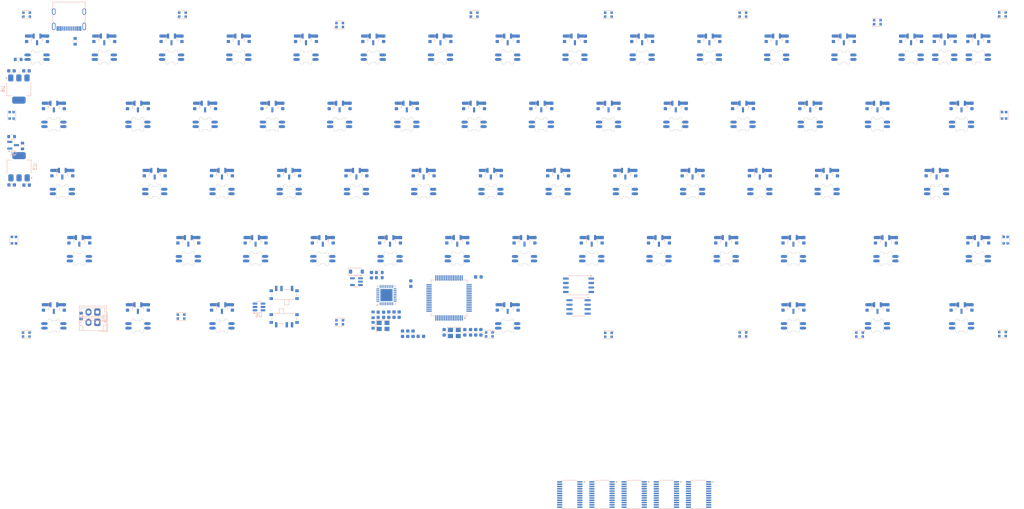
<source format=kicad_pcb>
(kicad_pcb (version 20241010) (generator "pcbnew") (generator_version "8.99")
  (layers (0 "F.Cu" signal) (2 "B.Cu" signal) (13 "F.Paste" user) (15 "B.Paste" user) (5 "F.SilkS" user "F.Silkscreen") (7 "B.SilkS" user "B.Silkscreen") (1 "F.Mask" user) (3 "B.Mask" user) (25 "Edge.Cuts" user))
  (net 0 "")
  (net 1 "BOOT")
  (net 2 "+3.3V")
  (net 3 "+5V")
  (net 4 "GND")
  (net 5 "Net-(U4-XO)")
  (net 6 "Net-(U4-XI)")
  (net 7 "Net-(U4-VDDA1.8)")
  (net 8 "+3.3VADC")
  (net 9 "Net-(C10-Pad2)")
  (net 10 "Net-(C11-Pad1)")
  (net 11 "XTAL_OUT")
  (net 12 "XTAL_IN")
  (net 13 "Net-(U8-VCAP_1)")
  (net 14 "Net-(U8-VCAP_2)")
  (net 15 "Net-(D1-K)")
  (net 16 "Net-(Drgb1-DOUT)")
  (net 17 "Net-(Drgb1-DIN)")
  (net 18 "Net-(Drgb2-DOUT)")
  (net 19 "Net-(Drgb3-DOUT)")
  (net 20 "Net-(Drgb4-DOUT)")
  (net 21 "Net-(Drgb5-DOUT)")
  (net 22 "Net-(Drgb6-DOUT)")
  (net 23 "Net-(Drgb7-DOUT)")
  (net 24 "Net-(Drgb8-DOUT)")
  (net 25 "Net-(Drgb10-DIN)")
  (net 26 "Net-(Drgb10-DOUT)")
  (net 27 "Net-(Drgb11-DOUT)")
  (net 28 "Net-(Drgb12-DOUT)")
  (net 29 "Net-(Drgb13-DOUT)")
  (net 30 "Net-(Drgb14-DOUT)")
  (net 31 "Net-(Drgb15-DOUT)")
  (net 32 "Net-(Drgb16-DOUT)")
  (net 33 "Net-(Drgb17-DOUT)")
  (net 34 "Net-(Drgb18-DOUT)")
  (net 36 "3")
  (net 37 "VBUS")
  (net 38 "fault")
  (net 39 "Net-(Jd1-CC1)")
  (net 40 "Net-(Jd1-D--PadA7)")
  (net 41 "Net-(Jd1-D+-PadA6)")
  (net 42 "-")
  (net 43 "D-")
  (net 44 "HS_D-")
  (net 45 "D+")
  (net 46 "+")
  (net 47 "HS_D+")
  (net 48 "RGB")
  (net 49 "Net-(Q1-D)")
  (net 50 "Net-(U4-RBIAS)")
  (net 51 "RGB_1")
  (net 52 "Net-(U4-RESET)")
  (net 53 "RST")
  (net 54 "00")
  (net 55 "Net-(SW1-DOUT)")
  (net 56 "01")
  (net 57 "Net-(SW2-DOUT)")
  (net 58 "02")
  (net 59 "Net-(SW3-DOUT)")
  (net 60 "03")
  (net 61 "Net-(SW4-DOUT)")
  (net 62 "04")
  (net 63 "Net-(SW5-DOUT)")
  (net 64 "05")
  (net 65 "Net-(SW6-DOUT)")
  (net 66 "06")
  (net 67 "Net-(SW7-DOUT)")
  (net 68 "Net-(SW8-DOUT)")
  (net 69 "07")
  (net 70 "08")
  (net 71 "Net-(SW10-DIN)")
  (net 72 "09")
  (net 73 "Net-(SW10-DOUT)")
  (net 74 "010")
  (net 75 "Net-(SW11-DOUT)")
  (net 76 "011")
  (net 77 "Net-(SW12-DOUT)")
  (net 78 "012")
  (net 79 "Net-(SW13-DOUT)")
  (net 80 "Net-(SW14-DOUT)")
  (net 81 "013")
  (net 82 "014")
  (net 83 "Net-(SW15-DOUT)")
  (net 84 "Net-(SW16-DOUT)")
  (net 85 "10")
  (net 86 "11")
  (net 87 "Net-(SW17-DOUT)")
  (net 88 "12")
  (net 89 "Net-(SW18-DOUT)")
  (net 90 "13")
  (net 91 "Net-(SW19-DOUT)")
  (net 92 "14")
  (net 93 "Net-(SW20-DOUT)")
  (net 94 "Net-(SW21-DOUT)")
  (net 95 "15")
  (net 96 "16")
  (net 97 "Net-(SW22-DOUT)")
  (net 98 "17")
  (net 99 "Net-(SW23-DOUT)")
  (net 100 "18")
  (net 101 "Net-(SW24-DOUT)")
  (net 102 "Net-(SW25-DOUT)")
  (net 103 "19")
  (net 104 "110")
  (net 105 "Net-(SW26-DOUT)")
  (net 106 "111")
  (net 107 "Net-(SW27-DOUT)")
  (net 108 "112")
  (net 109 "Net-(SW28-DOUT)")
  (net 110 "113")
  (net 111 "0")
  (net 112 "20")
  (net 113 "Net-(SW30-DOUT)")
  (net 114 "21")
  (net 115 "Net-(SW31-DOUT)")
  (net 116 "Net-(SW32-DOUT)")
  (net 117 "22")
  (net 118 "Net-(SW33-DOUT)")
  (net 119 "23")
  (net 120 "24")
  (net 121 "Net-(SW34-DOUT)")
  (net 122 "25")
  (net 123 "Net-(SW35-DOUT)")
  (net 124 "26")
  (net 125 "Net-(SW36-DOUT)")
  (net 126 "27")
  (net 127 "Net-(SW37-DOUT)")
  (net 128 "28")
  (net 129 "Net-(SW38-DOUT)")
  (net 130 "Net-(SW39-DOUT)")
  (net 131 "29")
  (net 132 "210")
  (net 133 "Net-(SW40-DOUT)")
  (net 134 "211")
  (net 135 "Net-(SW41-DOUT)")
  (net 136 "212")
  (net 137 "1")
  (net 138 "30")
  (net 139 "Net-(SW43-DOUT)")
  (net 140 "31")
  (net 141 "Net-(SW44-DOUT)")
  (net 142 "32")
  (net 143 "Net-(SW45-DOUT)")
  (net 144 "Net-(SW46-DOUT)")
  (net 145 "33")
  (net 146 "34")
  (net 147 "Net-(SW47-DOUT)")
  (net 148 "Net-(SW48-DOUT)")
  (net 149 "35")
  (net 150 "Net-(SW49-DOUT)")
  (net 151 "36")
  (net 152 "37")
  (net 153 "Net-(SW50-DOUT)")
  (net 154 "38")
  (net 155 "Net-(SW51-DOUT)")
  (net 156 "39")
  (net 157 "Net-(SW52-DOUT)")
  (net 158 "310")
  (net 159 "Net-(SW53-DOUT)")
  (net 160 "311")
  (net 161 "Net-(SW54-DOUT)")
  (net 162 "312")
  (net 163 "2")
  (net 164 "Net-(SW56-DOUT)")
  (net 165 "40")
  (net 166 "41")
  (net 167 "Net-(SW57-DOUT)")
  (net 168 "42")
  (net 169 "Net-(SW58-DOUT)")
  (net 170 "43")
  (net 171 "Net-(SW59-DOUT)")
  (net 172 "44")
  (net 173 "Net-(SW60-DOUT)")
  (net 174 "45")
  (net 175 "Net-(SW61-DOUT)")
  (net 176 "46")
  (net 177 "Net-(SW62-DOUT)")
  (net 178 "47")
  (net 183 "S1")
  (net 184 "MUX2_Out")
  (net 186 "S2")
  (net 190 "S3")
  (net 193 "S0")
  (net 211 "MUX3_Out")
  (net 217 "data6")
  (net 218 "CKL")
  (net 219 "data1")
  (net 220 "data3")
  (net 221 "data5")
  (net 222 "data2")
  (net 224 "STP")
  (net 225 "NXT")
  (net 226 "data0")
  (net 227 "DIR")
  (net 228 "data4")
  (net 229 "data7")
  (net 230 "MISO")
  (net 231 "EEPROM_CS")
  (net 232 "SCK")
  (net 233 "MOSI")
  (net 235 "SWD")
  (net 237 "MUX1_Out")
  (net 239 "MUX0_Out")
  (net 241 "MUX4_Out")
  (net 244 "FLASH_CS")
  (net 247 "SWC")
  (footprint "MX_Only:HE_1u RGB" (layer "F.Cu") (at 157.1625 57.15)
    (property "Reference" "SW50" (hide yes))
    (property "Value" "~")
    (fp_line (start -1.69 3.57) (end -1.69 6.57) (stroke (width 0.1)) (layer "Edge.Cuts"))
    (fp_line (start 0.66 3.62) (end -0.64 3.62) (stroke (width 0.1)) (layer "Edge.Cuts"))
    (fp_line (start 0.66 6.52) (end -0.64 6.52) (stroke (width 0.1)) (layer "Edge.Cuts"))
    (fp_line (start 1.71 6.57) (end 1.71 3.57) (stroke (width 0.1)) (layer "Edge.Cuts"))
    (fp_arc (start -1.69 3.57) (mid -1.19 3.07) (end -0.69 3.57) (stroke (width 0.1)) (layer "Edge.Cuts"))
    (fp_arc (start -0.69 6.57) (mid -1.19 7.07) (end -1.69 6.57) (stroke (width 0.1)) (layer "Edge.Cuts"))
    (fp_arc (start -0.69 6.57) (mid -0.675355 6.534645) (end -0.64 6.52) (stroke (width 0.1)) (layer "Edge.Cuts"))
    (fp_arc (start -0.64 3.62) (mid -0.675355 3.605355) (end -0.69 3.57) (stroke (width 0.1)) (layer "Edge.Cuts"))
    (fp_arc (start 0.66 6.52) (mid 0.695355 6.534645) (end 0.71 6.57) (stroke (width 0.1)) (layer "Edge.Cuts"))
    (fp_arc (start 0.71 3.57) (mid 0.695355 3.605355) (end 0.66 3.62) (stroke (width 0.1)) (layer "Edge.Cuts"))
    (fp_arc (start 0.71 3.57) (mid 1.21 3.07) (end 1.71 3.57) (stroke (width 0.1)) (layer "Edge.Cuts"))
    (fp_arc (start 1.71 6.57) (mid 1.21 7.07) (end 0.71 6.57) (stroke (width 0.1)) (layer "Edge.Cuts"))
  )
  (footprint "MX_Only:HE_2u RGB" (layer "F.Cu") (at 257.175 0)
    (property "Reference" "SW63" (hide yes))
    (property "Value" "~" (hide yes))
    (fp_line (start -1.69 3.57) (end -1.69 6.57) (stroke (width 0.1)) (layer "Edge.Cuts"))
    (fp_line (start 0.66 3.62) (end -0.64 3.62) (stroke (width 0.1)) (layer "Edge.Cuts"))
    (fp_line (start 0.66 6.52) (end -0.64 6.52) (stroke (width 0.1)) (layer "Edge.Cuts"))
    (fp_line (start 1.71 6.57) (end 1.71 3.57) (stroke (width 0.1)) (layer "Edge.Cuts"))
    (fp_arc (start -1.69 3.57) (mid -1.19 3.07) (end -0.69 3.57) (stroke (width 0.1)) (layer "Edge.Cuts"))
    (fp_arc (start -0.69 6.57) (mid -1.19 7.07) (end -1.69 6.57) (stroke (width 0.1)) (layer "Edge.Cuts"))
    (fp_arc (start -0.69 6.57) (mid -0.675355 6.534645) (end -0.64 6.52) (stroke (width 0.1)) (layer "Edge.Cuts"))
    (fp_arc (start -0.64 3.62) (mid -0.675355 3.605355) (end -0.69 3.57) (stroke (width 0.1)) (layer "Edge.Cuts"))
    (fp_arc (start 0.66 6.52) (mid 0.695355 6.534645) (end 0.71 6.57) (stroke (width 0.1)) (layer "Edge.Cuts"))
    (fp_arc (start 0.71 3.57) (mid 0.695355 3.605355) (end 0.66 3.62) (stroke (width 0.1)) (layer "Edge.Cuts"))
    (fp_arc (start 0.71 3.57) (mid 1.21 3.07) (end 1.71 3.57) (stroke (width 0.1)) (layer "Edge.Cuts"))
    (fp_arc (start 1.71 6.57) (mid 1.21 7.07) (end 0.71 6.57) (stroke (width 0.1)) (layer "Edge.Cuts"))
  )
  (footprint "MX_Only:HE_1u RGB" (layer "F.Cu") (at 28.575 76.2)
    (property "Reference" "SW57" (hide yes))
    (property "Value" "~")
    (fp_line (start -1.69 3.57) (end -1.69 6.57) (stroke (width 0.1)) (layer "Edge.Cuts"))
    (fp_line (start 0.66 3.62) (end -0.64 3.62) (stroke (width 0.1)) (layer "Edge.Cuts"))
    (fp_line (start 0.66 6.52) (end -0.64 6.52) (stroke (width 0.1)) (layer "Edge.Cuts"))
    (fp_line (start 1.71 6.57) (end 1.71 3.57) (stroke (width 0.1)) (layer "Edge.Cuts"))
    (fp_arc (start -1.69 3.57) (mid -1.19 3.07) (end -0.69 3.57) (stroke (width 0.1)) (layer "Edge.Cuts"))
    (fp_arc (start -0.69 6.57) (mid -1.19 7.07) (end -1.69 6.57) (stroke (width 0.1)) (layer "Edge.Cuts"))
    (fp_arc (start -0.69 6.57) (mid -0.675355 6.534645) (end -0.64 6.52) (stroke (width 0.1)) (layer "Edge.Cuts"))
    (fp_arc (start -0.64 3.62) (mid -0.675355 3.605355) (end -0.69 3.57) (stroke (width 0.1)) (layer "Edge.Cuts"))
    (fp_arc (start 0.66 6.52) (mid 0.695355 6.534645) (end 0.71 6.57) (stroke (width 0.1)) (layer "Edge.Cuts"))
    (fp_arc (start 0.71 3.57) (mid 0.695355 3.605355) (end 0.66 3.62) (stroke (width 0.1)) (layer "Edge.Cuts"))
    (fp_arc (start 0.71 3.57) (mid 1.21 3.07) (end 1.71 3.57) (stroke (width 0.1)) (layer "Edge.Cuts"))
    (fp_arc (start 1.71 6.57) (mid 1.21 7.07) (end 0.71 6.57) (stroke (width 0.1)) (layer "Edge.Cuts"))
  )
  (footprint "MX_Only:HE_1u RGB" (layer "F.Cu") (at 38.1 0)
    (property "Reference" "SW3" (hide yes))
    (property "Value" "~")
    (fp_line (start -1.69 3.57) (end -1.69 6.57) (stroke (width 0.1)) (layer "Edge.Cuts"))
    (fp_line (start 0.66 3.62) (end -0.64 3.62) (stroke (width 0.1)) (layer "Edge.Cuts"))
    (fp_line (start 0.66 6.52) (end -0.64 6.52) (stroke (width 0.1)) (layer "Edge.Cuts"))
    (fp_line (start 1.71 6.57) (end 1.71 3.57) (stroke (width 0.1)) (layer "Edge.Cuts"))
    (fp_arc (start -1.69 3.57) (mid -1.19 3.07) (end -0.69 3.57) (stroke (width 0.1)) (layer "Edge.Cuts"))
    (fp_arc (start -0.69 6.57) (mid -1.19 7.07) (end -1.69 6.57) (stroke (width 0.1)) (layer "Edge.Cuts"))
    (fp_arc (start -0.69 6.57) (mid -0.675355 6.534645) (end -0.64 6.52) (stroke (width 0.1)) (layer "Edge.Cuts"))
    (fp_arc (start -0.64 3.62) (mid -0.675355 3.605355) (end -0.69 3.57) (stroke (width 0.1)) (layer "Edge.Cuts"))
    (fp_arc (start 0.66 6.52) (mid 0.695355 6.534645) (end 0.71 6.57) (stroke (width 0.1)) (layer "Edge.Cuts"))
    (fp_arc (start 0.71 3.57) (mid 0.695355 3.605355) (end 0.66 3.62) (stroke (width 0.1)) (layer "Edge.Cuts"))
    (fp_arc (start 0.71 3.57) (mid 1.21 3.07) (end 1.71 3.57) (stroke (width 0.1)) (layer "Edge.Cuts"))
    (fp_arc (start 1.71 6.57) (mid 1.21 7.07) (end 0.71 6.57) (stroke (width 0.1)) (layer "Edge.Cuts"))
  )
  (footprint "MX_Only:HE_1.5u RGB" (layer "F.Cu") (at 4.763 19.05)
    (property "Reference" "SW16" (hide yes))
    (property "Value" "~" (hide yes))
    (fp_line (start -1.69 3.57) (end -1.69 6.57) (stroke (width 0.1)) (layer "Edge.Cuts"))
    (fp_line (start 0.66 3.62) (end -0.64 3.62) (stroke (width 0.1)) (layer "Edge.Cuts"))
    (fp_line (start 0.66 6.52) (end -0.64 6.52) (stroke (width 0.1)) (layer "Edge.Cuts"))
    (fp_line (start 1.71 6.57) (end 1.71 3.57) (stroke (width 0.1)) (layer "Edge.Cuts"))
    (fp_arc (start -1.69 3.57) (mid -1.19 3.07) (end -0.69 3.57) (stroke (width 0.1)) (layer "Edge.Cuts"))
    (fp_arc (start -0.69 6.57) (mid -1.19 7.07) (end -1.69 6.57) (stroke (width 0.1)) (layer "Edge.Cuts"))
    (fp_arc (start -0.69 6.57) (mid -0.675355 6.534645) (end -0.64 6.52) (stroke (width 0.1)) (layer "Edge.Cuts"))
    (fp_arc (start -0.64 3.62) (mid -0.675355 3.605355) (end -0.69 3.57) (stroke (width 0.1)) (layer "Edge.Cuts"))
    (fp_arc (start 0.66 6.52) (mid 0.695355 6.534645) (end 0.71 6.57) (stroke (width 0.1)) (layer "Edge.Cuts"))
    (fp_arc (start 0.71 3.57) (mid 0.695355 3.605355) (end 0.66 3.62) (stroke (width 0.1)) (layer "Edge.Cuts"))
    (fp_arc (start 0.71 3.57) (mid 1.21 3.07) (end 1.71 3.57) (stroke (width 0.1)) (layer "Edge.Cuts"))
    (fp_arc (start 1.71 6.57) (mid 1.21 7.07) (end 0.71 6.57) (stroke (width 0.1)) (layer "Edge.Cuts"))
  )
  (footprint "MX_Only:HE_1u RGB" (layer "F.Cu") (at 71.4375 38.1)
    (property "Reference" "SW33" (hide yes))
    (property "Value" "~")
    (fp_line (start -1.69 3.57) (end -1.69 6.57) (stroke (width 0.1)) (layer "Edge.Cuts"))
    (fp_line (start 0.66 3.62) (end -0.64 3.62) (stroke (width 0.1)) (layer "Edge.Cuts"))
    (fp_line (start 0.66 6.52) (end -0.64 6.52) (stroke (width 0.1)) (layer "Edge.Cuts"))
    (fp_line (start 1.71 6.57) (end 1.71 3.57) (stroke (width 0.1)) (layer "Edge.Cuts"))
    (fp_arc (start -1.69 3.57) (mid -1.19 3.07) (end -0.69 3.57) (stroke (width 0.1)) (layer "Edge.Cuts"))
    (fp_arc (start -0.69 6.57) (mid -1.19 7.07) (end -1.69 6.57) (stroke (width 0.1)) (layer "Edge.Cuts"))
    (fp_arc (start -0.69 6.57) (mid -0.675355 6.534645) (end -0.64 6.52) (stroke (width 0.1)) (layer "Edge.Cuts"))
    (fp_arc (start -0.64 3.62) (mid -0.675355 3.605355) (end -0.69 3.57) (stroke (width 0.1)) (layer "Edge.Cuts"))
    (fp_arc (start 0.66 6.52) (mid 0.695355 6.534645) (end 0.71 6.57) (stroke (width 0.1)) (layer "Edge.Cuts"))
    (fp_arc (start 0.71 3.57) (mid 0.695355 3.605355) (end 0.66 3.62) (stroke (width 0.1)) (layer "Edge.Cuts"))
    (fp_arc (start 0.71 3.57) (mid 1.21 3.07) (end 1.71 3.57) (stroke (width 0.1)) (layer "Edge.Cuts"))
    (fp_arc (start 1.71 6.57) (mid 1.21 7.07) (end 0.71 6.57) (stroke (width 0.1)) (layer "Edge.Cuts"))
  )
  (footprint "MX_Only:HE_1u RGB" (layer "F.Cu") (at 114.3 0)
    (property "Reference" "SW7" (hide yes))
    (property "Value" "~")
    (fp_line (start -1.69 3.57) (end -1.69 6.57) (stroke (width 0.1)) (layer "Edge.Cuts"))
    (fp_line (start 0.66 3.62) (end -0.64 3.62) (stroke (width 0.1)) (layer "Edge.Cuts"))
    (fp_line (start 0.66 6.52) (end -0.64 6.52) (stroke (width 0.1)) (layer "Edge.Cuts"))
    (fp_line (start 1.71 6.57) (end 1.71 3.57) (stroke (width 0.1)) (layer "Edge.Cuts"))
    (fp_arc (start -1.69 3.57) (mid -1.19 3.07) (end -0.69 3.57) (stroke (width 0.1)) (layer "Edge.Cuts"))
    (fp_arc (start -0.69 6.57) (mid -1.19 7.07) (end -1.69 6.57) (stroke (width 0.1)) (layer "Edge.Cuts"))
    (fp_arc (start -0.69 6.57) (mid -0.675355 6.534645) (end -0.64 6.52) (stroke (width 0.1)) (layer "Edge.Cuts"))
    (fp_arc (start -0.64 3.62) (mid -0.675355 3.605355) (end -0.69 3.57) (stroke (width 0.1)) (layer "Edge.Cuts"))
    (fp_arc (start 0.66 6.52) (mid 0.695355 6.534645) (end 0.71 6.57) (stroke (width 0.1)) (layer "Edge.Cuts"))
    (fp_arc (start 0.71 3.57) (mid 0.695355 3.605355) (end 0.66 3.62) (stroke (width 0.1)) (layer "Edge.Cuts"))
    (fp_arc (start 0.71 3.57) (mid 1.21 3.07) (end 1.71 3.57) (stroke (width 0.1)) (layer "Edge.Cuts"))
    (fp_arc (start 1.71 6.57) (mid 1.21 7.07) (end 0.71 6.57) (stroke (width 0.1)) (layer "Edge.Cuts"))
  )
  (footprint "MX_Only:HE_1u RGB" (layer "F.Cu") (at 219.075 19.05)
    (property "Reference" "SW27" (hide yes))
    (property "Value" "~")
    (fp_line (start -1.69 3.57) (end -1.69 6.57) (stroke (width 0.1)) (layer "Edge.Cuts"))
    (fp_line (start 0.66 3.62) (end -0.64 3.62) (stroke (width 0.1)) (layer "Edge.Cuts"))
    (fp_line (start 0.66 6.52) (end -0.64 6.52) (stroke (width 0.1)) (layer "Edge.Cuts"))
    (fp_line (start 1.71 6.57) (end 1.71 3.57) (stroke (width 0.1)) (layer "Edge.Cuts"))
    (fp_arc (start -1.69 3.57) (mid -1.19 3.07) (end -0.69 3.57) (stroke (width 0.1)) (layer "Edge.Cuts"))
    (fp_arc (start -0.69 6.57) (mid -1.19 7.07) (end -1.69 6.57) (stroke (width 0.1)) (layer "Edge.Cuts"))
    (fp_arc (start -0.69 6.57) (mid -0.675355 6.534645) (end -0.64 6.52) (stroke (width 0.1)) (layer "Edge.Cuts"))
    (fp_arc (start -0.64 3.62) (mid -0.675355 3.605355) (end -0.69 3.57) (stroke (width 0.1)) (layer "Edge.Cuts"))
    (fp_arc (start 0.66 6.52) (mid 0.695355 6.534645) (end 0.71 6.57) (stroke (width 0.1)) (layer "Edge.Cuts"))
    (fp_arc (start 0.71 3.57) (mid 0.695355 3.605355) (end 0.66 3.62) (stroke (width 0.1)) (layer "Edge.Cuts"))
    (fp_arc (start 0.71 3.57) (mid 1.21 3.07) (end 1.71 3.57) (stroke (width 0.1)) (layer "Edge.Cuts"))
    (fp_arc (start 1.71 6.57) (mid 1.21 7.07) (end 0.71 6.57) (stroke (width 0.1)) (layer "Edge.Cuts"))
  )
  (footprint "MX_Only:HE_1.75u RGB" (layer "F.Cu") (at 7.16 38.1)
    (property "Reference" "SW30" (hide yes))
    (property "Value" "~" (hide yes))
    (fp_line (start -1.69 3.57) (end -1.69 6.57) (stroke (width 0.1)) (layer "Edge.Cuts"))
    (fp_line (start 0.66 3.62) (end -0.64 3.62) (stroke (width 0.1)) (layer "Edge.Cuts"))
    (fp_line (start 0.66 6.52) (end -0.64 6.52) (stroke (width 0.1)) (layer "Edge.Cuts"))
    (fp_line (start 1.71 6.57) (end 1.71 3.57) (stroke (width 0.1)) (layer "Edge.Cuts"))
    (fp_arc (start -1.69 3.57) (mid -1.19 3.07) (end -0.69 3.57) (stroke (width 0.1)) (layer "Edge.Cuts"))
    (fp_arc (start -0.69 6.57) (mid -1.19 7.07) (end -1.69 6.57) (stroke (width 0.1)) (layer "Edge.Cuts"))
    (fp_arc (start -0.69 6.57) (mid -0.675355 6.534645) (end -0.64 6.52) (stroke (width 0.1)) (layer "Edge.Cuts"))
    (fp_arc (start -0.64 3.62) (mid -0.675355 3.605355) (end -0.69 3.57) (stroke (width 0.1)) (layer "Edge.Cuts"))
    (fp_arc (start 0.66 6.52) (mid 0.695355 6.534645) (end 0.71 6.57) (stroke (width 0.1)) (layer "Edge.Cuts"))
    (fp_arc (start 0.71 3.57) (mid 0.695355 3.605355) (end 0.66 3.62) (stroke (width 0.1)) (layer "Edge.Cuts"))
    (fp_arc (start 0.71 3.57) (mid 1.21 3.07) (end 1.71 3.57) (stroke (width 0.1)) (layer "Edge.Cuts"))
    (fp_arc (start 1.71 6.57) (mid 1.21 7.07) (end 0.71 6.57) (stroke (width 0.1)) (layer "Edge.Cuts"))
  )
  (footprint "MX_Only:HE_1u RGB" (layer "F.Cu") (at 247.65 0)
    (property "Reference" "SW14" (hide yes))
    (property "Value" "~")
    (fp_line (start -1.69 3.57) (end -1.69 6.57) (stroke (width 0.1)) (layer "Edge.Cuts"))
    (fp_line (start 0.66 3.62) (end -0.64 3.62) (stroke (width 0.1)) (layer "Edge.Cuts"))
    (fp_line (start 0.66 6.52) (end -0.64 6.52) (stroke (width 0.1)) (layer "Edge.Cuts"))
    (fp_line (start 1.71 6.57) (end 1.71 3.57) (stroke (width 0.1)) (layer "Edge.Cuts"))
    (fp_arc (start -1.69 3.57) (mid -1.19 3.07) (end -0.69 3.57) (stroke (width 0.1)) (layer "Edge.Cuts"))
    (fp_arc (start -0.69 6.57) (mid -1.19 7.07) (end -1.69 6.57) (stroke (width 0.1)) (layer "Edge.Cuts"))
    (fp_arc (start -0.69 6.57) (mid -0.675355 6.534645) (end -0.64 6.52) (stroke (width 0.1)) (layer "Edge.Cuts"))
    (fp_arc (start -0.64 3.62) (mid -0.675355 3.605355) (end -0.69 3.57) (stroke (width 0.1)) (layer "Edge.Cuts"))
    (fp_arc (start 0.66 6.52) (mid 0.695355 6.534645) (end 0.71 6.57) (stroke (width 0.1)) (layer "Edge.Cuts"))
    (fp_arc (start 0.71 3.57) (mid 0.695355 3.605355) (end 0.66 3.62) (stroke (width 0.1)) (layer "Edge.Cuts"))
    (fp_arc (start 0.71 3.57) (mid 1.21 3.07) (end 1.71 3.57) (stroke (width 0.1)) (layer "Edge.Cuts"))
    (fp_arc (start 1.71 6.57) (mid 1.21 7.07) (end 0.71 6.57) (stroke (width 0.1)) (layer "Edge.Cuts"))
  )
  (footprint "MX_Only:HE_1u RGB" (layer "F.Cu") (at 95.25 0)
    (property "Reference" "SW6" (hide yes))
    (property "Value" "~")
    (fp_line (start -1.69 3.57) (end -1.69 6.57) (stroke (width 0.1)) (layer "Edge.Cuts"))
    (fp_line (start 0.66 3.62) (end -0.64 3.62) (stroke (width 0.1)) (layer "Edge.Cuts"))
    (fp_line (start 0.66 6.52) (end -0.64 6.52) (stroke (width 0.1)) (layer "Edge.Cuts"))
    (fp_line (start 1.71 6.57) (end 1.71 3.57) (stroke (width 0.1)) (layer "Edge.Cuts"))
    (fp_arc (start -1.69 3.57) (mid -1.19 3.07) (end -0.69 3.57) (stroke (width 0.1)) (layer "Edge.Cuts"))
    (fp_arc (start -0.69 6.57) (mid -1.19 7.07) (end -1.69 6.57) (stroke (width 0.1)) (layer "Edge.Cuts"))
    (fp_arc (start -0.69 6.57) (mid -0.675355 6.534645) (end -0.64 6.52) (stroke (width 0.1)) (layer "Edge.Cuts"))
    (fp_arc (start -0.64 3.62) (mid -0.675355 3.605355) (end -0.69 3.57) (stroke (width 0.1)) (layer "Edge.Cuts"))
    (fp_arc (start 0.66 6.52) (mid 0.695355 6.534645) (end 0.71 6.57) (stroke (width 0.1)) (layer "Edge.Cuts"))
    (fp_arc (start 0.71 3.57) (mid 0.695355 3.605355) (end 0.66 3.62) (stroke (width 0.1)) (layer "Edge.Cuts"))
    (fp_arc (start 0.71 3.57) (mid 1.21 3.07) (end 1.71 3.57) (stroke (width 0.1)) (layer "Edge.Cuts"))
    (fp_arc (start 1.71 6.57) (mid 1.21 7.07) (end 0.71 6.57) (stroke (width 0.1)) (layer "Edge.Cuts"))
  )
  (footprint "MX_Only:HE_1u RGB" (layer "F.Cu") (at 176.2125 57.15)
    (property "Reference" "SW51" (hide yes))
    (property "Value" "~")
    (fp_line (start -1.69 3.57) (end -1.69 6.57) (stroke (width 0.1)) (layer "Edge.Cuts"))
    (fp_line (start 0.66 3.62) (end -0.64 3.62) (stroke (width 0.1)) (layer "Edge.Cuts"))
    (fp_line (start 0.66 6.52) (end -0.64 6.52) (stroke (width 0.1)) (layer "Edge.Cuts"))
    (fp_line (start 1.71 6.57) (end 1.71 3.57) (stroke (width 0.1)) (layer "Edge.Cuts"))
    (fp_arc (start -1.69 3.57) (mid -1.19 3.07) (end -0.69 3.57) (stroke (width 0.1)) (layer "Edge.Cuts"))
    (fp_arc (start -0.69 6.57) (mid -1.19 7.07) (end -1.69 6.57) (stroke (width 0.1)) (layer "Edge.Cuts"))
    (fp_arc (start -0.69 6.57) (mid -0.675355 6.534645) (end -0.64 6.52) (stroke (width 0.1)) (layer "Edge.Cuts"))
    (fp_arc (start -0.64 3.62) (mid -0.675355 3.605355) (end -0.69 3.57) (stroke (width 0.1)) (layer "Edge.Cuts"))
    (fp_arc (start 0.66 6.52) (mid 0.695355 6.534645) (end 0.71 6.57) (stroke (width 0.1)) (layer "Edge.Cuts"))
    (fp_arc (start 0.71 3.57) (mid 0.695355 3.605355) (end 0.66 3.62) (stroke (width 0.1)) (layer "Edge.Cuts"))
    (fp_arc (start 0.71 3.57) (mid 1.21 3.07) (end 1.71 3.57) (stroke (width 0.1)) (layer "Edge.Cuts"))
    (fp_arc (start 1.71 6.57) (mid 1.21 7.07) (end 0.71 6.57) (stroke (width 0.1)) (layer "Edge.Cuts"))
  )
  (footprint "MX_Only:HE_1u RGB" (layer "F.Cu") (at 228.6 0)
    (property "Reference" "SW13" (hide yes))
    (property "Value" "~")
    (fp_line (start -1.69 3.57) (end -1.69 6.57) (stroke (width 0.1)) (layer "Edge.Cuts"))
    (fp_line (start 0.66 3.62) (end -0.64 3.62) (stroke (width 0.1)) (layer "Edge.Cuts"))
    (fp_line (start 0.66 6.52) (end -0.64 6.52) (stroke (width 0.1)) (layer "Edge.Cuts"))
    (fp_line (start 1.71 6.57) (end 1.71 3.57) (stroke (width 0.1)) (layer "Edge.Cuts"))
    (fp_arc (start -1.69 3.57) (mid -1.19 3.07) (end -0.69 3.57) (stroke (width 0.1)) (layer "Edge.Cuts"))
    (fp_arc (start -0.69 6.57) (mid -1.19 7.07) (end -1.69 6.57) (stroke (width 0.1)) (layer "Edge.Cuts"))
    (fp_arc (start -0.69 6.57) (mid -0.675355 6.534645) (end -0.64 6.52) (stroke (width 0.1)) (layer "Edge.Cuts"))
    (fp_arc (start -0.64 3.62) (mid -0.675355 3.605355) (end -0.69 3.57) (stroke (width 0.1)) (layer "Edge.Cuts"))
    (fp_arc (start 0.66 6.52) (mid 0.695355 6.534645) (end 0.71 6.57) (stroke (width 0.1)) (layer "Edge.Cuts"))
    (fp_arc (start 0.71 3.57) (mid 0.695355 3.605355) (end 0.66 3.62) (stroke (width 0.1)) (layer "Edge.Cuts"))
    (fp_arc (start 0.71 3.57) (mid 1.21 3.07) (end 1.71 3.57) (stroke (width 0.1)) (layer "Edge.Cuts"))
    (fp_arc (start 1.71 6.57) (mid 1.21 7.07) (end 0.71 6.57) (stroke (width 0.1)) (layer "Edge.Cuts"))
  )
  (footprint "MX_Only:HE_1u RGB" (layer "F.Cu") (at 123.825 19.05)
    (property "Reference" "SW22" (hide yes))
    (property "Value" "~")
    (fp_line (start -1.69 3.57) (end -1.69 6.57) (stroke (width 0.1)) (layer "Edge.Cuts"))
    (fp_line (start 0.66 3.62) (end -0.64 3.62) (stroke (width 0.1)) (layer "Edge.Cuts"))
    (fp_line (start 0.66 6.52) (end -0.64 6.52) (stroke (width 0.1)) (layer "Edge.Cuts"))
    (fp_line (start 1.71 6.57) (end 1.71 3.57) (stroke (width 0.1)) (layer "Edge.Cuts"))
    (fp_arc (start -1.69 3.57) (mid -1.19 3.07) (end -0.69 3.57) (stroke (width 0.1)) (layer "Edge.Cuts"))
    (fp_arc (start -0.69 6.57) (mid -1.19 7.07) (end -1.69 6.57) (stroke (width 0.1)) (layer "Edge.Cuts"))
    (fp_arc (start -0.69 6.57) (mid -0.675355 6.534645) (end -0.64 6.52) (stroke (width 0.1)) (layer "Edge.Cuts"))
    (fp_arc (start -0.64 3.62) (mid -0.675355 3.605355) (end -0.69 3.57) (stroke (width 0.1)) (layer "Edge.Cuts"))
    (fp_arc (start 0.66 6.52) (mid 0.695355 6.534645) (end 0.71 6.57) (stroke (width 0.1)) (layer "Edge.Cuts"))
    (fp_arc (start 0.71 3.57) (mid 0.695355 3.605355) (end 0.66 3.62) (stroke (width 0.1)) (layer "Edge.Cuts"))
    (fp_arc (start 0.71 3.57) (mid 1.21 3.07) (end 1.71 3.57) (stroke (width 0.1)) (layer "Edge.Cuts"))
    (fp_arc (start 1.71 6.57) (mid 1.21 7.07) (end 0.71 6.57) (stroke (width 0.1)) (layer "Edge.Cuts"))
  )
  (footprint "MX_Only:HE_1u RGB" (layer "F.Cu") (at 266.7 57.15)
    (property "Reference" "SW55" (hide yes))
    (property "Value" "~")
    (fp_line (start -1.69 3.57) (end -1.69 6.57) (stroke (width 0.1)) (layer "Edge.Cuts"))
    (fp_line (start 0.66 3.62) (end -0.64 3.62) (stroke (width 0.1)) (layer "Edge.Cuts"))
    (fp_line (start 0.66 6.52) (end -0.64 6.52) (stroke (width 0.1)) (layer "Edge.Cuts"))
    (fp_line (start 1.71 6.57) (end 1.71 3.57) (stroke (width 0.1)) (layer "Edge.Cuts"))
    (fp_arc (start -1.69 3.57) (mid -1.19 3.07) (end -0.69 3.57) (stroke (width 0.1)) (layer "Edge.Cuts"))
    (fp_arc (start -0.69 6.57) (mid -1.19 7.07) (end -1.69 6.57) (stroke (width 0.1)) (layer "Edge.Cuts"))
    (fp_arc (start -0.69 6.57) (mid -0.675355 6.534645) (end -0.64 6.52) (stroke (width 0.1)) (layer "Edge.Cuts"))
    (fp_arc (start -0.64 3.62) (mid -0.675355 3.605355) (end -0.69 3.57) (stroke (width 0.1)) (layer "Edge.Cuts"))
    (fp_arc (start 0.66 6.52) (mid 0.695355 6.534645) (end 0.71 6.57) (stroke (width 0.1)) (layer "Edge.Cuts"))
    (fp_arc (start 0.71 3.57) (mid 0.695355 3.605355) (end 0.66 3.62) (stroke (width 0.1)) (layer "Edge.Cuts"))
    (fp_arc (start 0.71 3.57) (mid 1.21 3.07) (end 1.71 3.57) (stroke (width 0.1)) (layer "Edge.Cuts"))
    (fp_arc (start 1.71 6.57) (mid 1.21 7.07) (end 0.71 6.57) (stroke (width 0.1)) (layer "Edge.Cuts"))
  )
  (footprint "MX_Only:HE_1.5u RGB" (layer "F.Cu") (at 214.313 76.2)
    (property "Reference" "SW60" (hide yes))
    (property "Value" "~" (hide yes))
    (fp_line (start -1.69 3.57) (end -1.69 6.57) (stroke (width 0.1)) (layer "Edge.Cuts"))
    (fp_line (start 0.66 3.62) (end -0.64 3.62) (stroke (width 0.1)) (layer "Edge.Cuts"))
    (fp_line (start 0.66 6.52) (end -0.64 6.52) (stroke (width 0.1)) (layer "Edge.Cuts"))
    (fp_line (start 1.71 6.57) (end 1.71 3.57) (stroke (width 0.1)) (layer "Edge.Cuts"))
    (fp_arc (start -1.69 3.57) (mid -1.19 3.07) (end -0.69 3.57) (stroke (width 0.1)) (layer "Edge.Cuts"))
    (fp_arc (start -0.69 6.57) (mid -1.19 7.07) (end -1.69 6.57) (stroke (width 0.1)) (layer "Edge.Cuts"))
    (fp_arc (start -0.69 6.57) (mid -0.675355 6.534645) (end -0.64 6.52) (stroke (width 0.1)) (layer "Edge.Cuts"))
    (fp_arc (start -0.64 3.62) (mid -0.675355 3.605355) (end -0.69 3.57) (stroke (width 0.1)) (layer "Edge.Cuts"))
    (fp_arc (start 0.66 6.52) (mid 0.695355 6.534645) (end 0.71 6.57) (stroke (width 0.1)) (layer "Edge.Cuts"))
    (fp_arc (start 0.71 3.57) (mid 0.695355 3.605355) (end 0.66 3.62) (stroke (width 0.1)) (layer "Edge.Cuts"))
    (fp_arc (start 0.71 3.57) (mid 1.21 3.07) (end 1.71 3.57) (stroke (width 0.1)) (layer "Edge.Cuts"))
    (fp_arc (start 1.71 6.57) (mid 1.21 7.07) (end 0.71 6.57) (stroke (width 0.1)) (layer "Edge.Cuts"))
  )
  (footprint "MX_Only:HE_2.25u RGB" (layer "F.Cu") (at 11.9806 57.15)
    (property "Reference" "SW43" (hide yes))
    (property "Value" "~" (hide yes))
    (fp_line (start -1.69 3.57) (end -1.69 6.57) (stroke (width 0.1)) (layer "Edge.Cuts"))
    (fp_line (start 0.66 3.62) (end -0.64 3.62) (stroke (width 0.1)) (layer "Edge.Cuts"))
    (fp_line (start 0.66 6.52) (end -0.64 6.52) (stroke (width 0.1)) (layer "Edge.Cuts"))
    (fp_line (start 1.71 6.57) (end 1.71 3.57) (stroke (width 0.1)) (layer "Edge.Cuts"))
    (fp_arc (start -1.69 3.57) (mid -1.19 3.07) (end -0.69 3.57) (stroke (width 0.1)) (layer "Edge.Cuts"))
    (fp_arc (start -0.69 6.57) (mid -1.19 7.07) (end -1.69 6.57) (stroke (width 0.1)) (layer "Edge.Cuts"))
    (fp_arc (start -0.69 6.57) (mid -0.675355 6.534645) (end -0.64 6.52) (stroke (width 0.1)) (layer "Edge.Cuts"))
    (fp_arc (start -0.64 3.62) (mid -0.675355 3.605355) (end -0.69 3.57) (stroke (width 0.1)) (layer "Edge.Cuts"))
    (fp_arc (start 0.66 6.52) (mid 0.695355 6.534645) (end 0.71 6.57) (stroke (width 0.1)) (layer "Edge.Cuts"))
    (fp_arc (start 0.71 3.57) (mid 0.695355 3.605355) (end 0.66 3.62) (stroke (width 0.1)) (layer "Edge.Cuts"))
    (fp_arc (start 0.71 3.57) (mid 1.21 3.07) (end 1.71 3.57) (stroke (width 0.1)) (layer "Edge.Cuts"))
    (fp_arc (start 1.71 6.57) (mid 1.21 7.07) (end 0.71 6.57) (stroke (width 0.1)) (layer "Edge.Cuts"))
  )
  (footprint "MX_Only:HE_1u RGB" (layer "F.Cu") (at 90.4875 38.1)
    (property "Reference" "SW34" (hide yes))
    (property "Value" "~")
    (fp_line (start -1.69 3.57) (end -1.69 6.57) (stroke (width 0.1)) (layer "Edge.Cuts"))
    (fp_line (start 0.66 3.62) (end -0.64 3.62) (stroke (width 0.1)) (layer "Edge.Cuts"))
    (fp_line (start 0.66 6.52) (end -0.64 6.52) (stroke (width 0.1)) (layer "Edge.Cuts"))
    (fp_line (start 1.71 6.57) (end 1.71 3.57) (stroke (width 0.1)) (layer "Edge.Cuts"))
    (fp_arc (start -1.69 3.57) (mid -1.19 3.07) (end -0.69 3.57) (stroke (width 0.1)) (layer "Edge.Cuts"))
    (fp_arc (start -0.69 6.57) (mid -1.19 7.07) (end -1.69 6.57) (stroke (width 0.1)) (layer "Edge.Cuts"))
    (fp_arc (start -0.69 6.57) (mid -0.675355 6.534645) (end -0.64 6.52) (stroke (width 0.1)) (layer "Edge.Cuts"))
    (fp_arc (start -0.64 3.62) (mid -0.675355 3.605355) (end -0.69 3.57) (stroke (width 0.1)) (layer "Edge.Cuts"))
    (fp_arc (start 0.66 6.52) (mid 0.695355 6.534645) (end 0.71 6.57) (stroke (width 0.1)) (layer "Edge.Cuts"))
    (fp_arc (start 0.71 3.57) (mid 0.695355 3.605355) (end 0.66 3.62) (stroke (width 0.1)) (layer "Edge.Cuts"))
    (fp_arc (start 0.71 3.57) (mid 1.21 3.07) (end 1.71 3.57) (stroke (width 0.1)) (layer "Edge.Cuts"))
    (fp_arc (start 1.71 6.57) (mid 1.21 7.07) (end 0.71 6.57) (stroke (width 0.1)) (layer "Edge.Cuts"))
  )
  (footprint "MX_Only:HE_1.5u RGB" (layer "F.Cu") (at 261.938 76.2)
    (property "Reference" "SW62" (hide yes))
    (property "Value" "~" (hide yes))
    (fp_line (start -1.69 3.57) (end -1.69 6.57) (stroke (width 0.1)) (layer "Edge.Cuts"))
    (fp_line (start 0.66 3.62) (end -0.64 3.62) (stroke (width 0.1)) (layer "Edge.Cuts"))
    (fp_line (start 0.66 6.52) (end -0.64 6.52) (stroke (width 0.1)) (layer "Edge.Cuts"))
    (fp_line (start 1.71 6.57) (end 1.71 3.57) (stroke (width 0.1)) (layer "Edge.Cuts"))
    (fp_arc (start -1.69 3.57) (mid -1.19 3.07) (end -0.69 3.57) (stroke (width 0.1)) (layer "Edge.Cuts"))
    (fp_arc (start -0.69 6.57) (mid -1.19 7.07) (end -1.69 6.57) (stroke (width 0.1)) (layer "Edge.Cuts"))
    (fp_arc (start -0.69 6.57) (mid -0.675355 6.534645) (end -0.64 6.52) (stroke (width 0.1)) (layer "Edge.Cuts"))
    (fp_arc (start -0.64 3.62) (mid -0.675355 3.605355) (end -0.69 3.57) (stroke (width 0.1)) (layer "Edge.Cuts"))
    (fp_arc (start 0.66 6.52) (mid 0.695355 6.534645) (end 0.71 6.57) (stroke (width 0.1)) (layer "Edge.Cuts"))
    (fp_arc (start 0.71 3.57) (mid 0.695355 3.605355) (end 0.66 3.62) (stroke (width 0.1)) (layer "Edge.Cuts"))
    (fp_arc (start 0.71 3.57) (mid 1.21 3.07) (end 1.71 3.57) (stroke (width 0.1)) (layer "Edge.Cuts"))
    (fp_arc (start 1.71 6.57) (mid 1.21 7.07) (end 0.71 6.57) (stroke (width 0.1)) (layer "Edge.Cuts"))
  )
  (footprint "MX_Only:HE_1u RGB" (layer "F.Cu") (at 161.925 19.05)
    (property "Reference" "SW24" (hide yes))
    (property "Value" "~")
    (fp_line (start -1.69 3.57) (end -1.69 6.57) (stroke (width 0.1)) (layer "Edge.Cuts"))
    (fp_line (start 0.66 3.62) (end -0.64 3.62) (stroke (width 0.1)) (layer "Edge.Cuts"))
    (fp_line (start 0.66 6.52) (end -0.64 6.52) (stroke (width 0.1)) (layer "Edge.Cuts"))
    (fp_line (start 1.71 6.57) (end 1.71 3.57) (stroke (width 0.1)) (layer "Edge.Cuts"))
    (fp_arc (start -1.69 3.57) (mid -1.19 3.07) (end -0.69 3.57) (stroke (width 0.1)) (layer "Edge.Cuts"))
    (fp_arc (start -0.69 6.57) (mid -1.19 7.07) (end -1.69 6.57) (stroke (width 0.1)) (layer "Edge.Cuts"))
    (fp_arc (start -0.69 6.57) (mid -0.675355 6.534645) (end -0.64 6.52) (stroke (width 0.1)) (layer "Edge.Cuts"))
    (fp_arc (start -0.64 3.62) (mid -0.675355 3.605355) (end -0.69 3.57) (stroke (width 0.1)) (layer "Edge.Cuts"))
    (fp_arc (start 0.66 6.52) (mid 0.695355 6.534645) (end 0.71 6.57) (stroke (width 0.1)) (layer "Edge.Cuts"))
    (fp_arc (start 0.71 3.57) (mid 0.695355 3.605355) (end 0.66 3.62) (stroke (width 0.1)) (layer "Edge.Cuts"))
    (fp_arc (start 0.71 3.57) (mid 1.21 3.07) (end 1.71 3.57) (stroke (width 0.1)) (layer "Edge.Cuts"))
    (fp_arc (start 1.71 6.57) (mid 1.21 7.07) (end 0.71 6.57) (stroke (width 0.1)) (layer "Edge.Cuts"))
  )
  (footprint "MX_Only:HE_1u RGB" (layer "F.Cu") (at 33.3375 38.1)
    (property "Reference" "SW31" (hide yes))
    (property "Value" "~")
    (fp_line (start -1.69 3.57) (end -1.69 6.57) (stroke (width 0.1)) (layer "Edge.Cuts"))
    (fp_line (start 0.66 3.62) (end -0.64 3.62) (stroke (width 0.1)) (layer "Edge.Cuts"))
    (fp_line (start 0.66 6.52) (end -0.64 6.52) (stroke (width 0.1)) (layer "Edge.Cuts"))
    (fp_line (start 1.71 6.57) (end 1.71 3.57) (stroke (width 0.1)) (layer "Edge.Cuts"))
    (fp_arc (start -1.69 3.57) (mid -1.19 3.07) (end -0.69 3.57) (stroke (width 0.1)) (layer "Edge.Cuts"))
    (fp_arc (start -0.69 6.57) (mid -1.19 7.07) (end -1.69 6.57) (stroke (width 0.1)) (layer "Edge.Cuts"))
    (fp_arc (start -0.69 6.57) (mid -0.675355 6.534645) (end -0.64 6.52) (stroke (width 0.1)) (layer "Edge.Cuts"))
    (fp_arc (start -0.64 3.62) (mid -0.675355 3.605355) (end -0.69 3.57) (stroke (width 0.1)) (layer "Edge.Cuts"))
    (fp_arc (start 0.66 6.52) (mid 0.695355 6.534645) (end 0.71 6.57) (stroke (width 0.1)) (layer "Edge.Cuts"))
    (fp_arc (start 0.71 3.57) (mid 0.695355 3.605355) (end 0.66 3.62) (stroke (width 0.1)) (layer "Edge.Cuts"))
    (fp_arc (start 0.71 3.57) (mid 1.21 3.07) (end 1.71 3.57) (stroke (width 0.1)) (layer "Edge.Cuts"))
    (fp_arc (start 1.71 6.57) (mid 1.21 7.07) (end 0.71 6.57) (stroke (width 0.1)) (layer "Edge.Cuts"))
  )
  (footprint "MX_Only:HE_1u RGB" (layer "F.Cu") (at 61.9125 57.15)
    (property "Reference" "SW45" (hide yes))
    (property "Value" "~")
    (fp_line (start -1.69 3.57) (end -1.69 6.57) (stroke (width 0.1)) (layer "Edge.Cuts"))
    (fp_line (start 0.66 3.62) (end -0.64 3.62) (stroke (width 0.1)) (layer "Edge.Cuts"))
    (fp_line (start 0.66 6.52) (end -0.64 6.52) (stroke (width 0.1)) (layer "Edge.Cuts"))
    (fp_line (start 1.71 6.57) (end 1.71 3.57) (stroke (width 0.1)) (layer "Edge.Cuts"))
    (fp_arc (start -1.69 3.57) (mid -1.19 3.07) (end -0.69 3.57) (stroke (width 0.1)) (layer "Edge.Cuts"))
    (fp_arc (start -0.69 6.57) (mid -1.19 7.07) (end -1.69 6.57) (stroke (width 0.1)) (layer "Edge.Cuts"))
    (fp_arc (start -0.69 6.57) (mid -0.675355 6.534645) (end -0.64 6.52) (stroke (width 0.1)) (layer "Edge.Cuts"))
    (fp_arc (start -0.64 3.62) (mid -0.675355 3.605355) (end -0.69 3.57) (stroke (width 0.1)) (layer "Edge.Cuts"))
    (fp_arc (start 0.66 6.52) (mid 0.695355 6.534645) (end 0.71 6.57) (stroke (width 0.1)) (layer "Edge.Cuts"))
    (fp_arc (start 0.71 3.57) (mid 0.695355 3.605355) (end 0.66 3.62) (stroke (width 0.1)) (layer "Edge.Cuts"))
    (fp_arc (start 0.71 3.57) (mid 1.21 3.07) (end 1.71 3.57) (stroke (width 0.1)) (layer "Edge.Cuts"))
    (fp_arc (start 1.71 6.57) (mid 1.21 7.07) (end 0.71 6.57) (stroke (width 0.1)) (layer "Edge.Cuts"))
  )
  (footprint "MX_Only:HE_1u RGB" (layer "F.Cu") (at 195.2625 57.15)
    (property "Reference" "SW52" (hide yes))
    (property "Value" "~")
    (fp_line (start -1.69 3.57) (end -1.69 6.57) (stroke (width 0.1)) (layer "Edge.Cuts"))
    (fp_line (start 0.66 3.62) (end -0.64 3.62) (stroke (width 0.1)) (layer "Edge.Cuts"))
    (fp_line (start 0.66 6.52) (end -0.64 6.52) (stroke (width 0.1)) (layer "Edge.Cuts"))
    (fp_line (start 1.71 6.57) (end 1.71 3.57) (stroke (width 0.1)) (layer "Edge.Cuts"))
    (fp_arc (start -1.69 3.57) (mid -1.19 3.07) (end -0.69 3.57) (stroke (width 0.1)) (layer "Edge.Cuts"))
    (fp_arc (start -0.69 6.57) (mid -1.19 7.07) (end -1.69 6.57) (stroke (width 0.1)) (layer "Edge.Cuts"))
    (fp_arc (start -0.69 6.57) (mid -0.675355 6.534645) (end -0.64 6.52) (stroke (width 0.1)) (layer "Edge.Cuts"))
    (fp_arc (start -0.64 3.62) (mid -0.675355 3.605355) (end -0.69 3.57) (stroke (width 0.1)) (layer "Edge.Cuts"))
    (fp_arc (start 0.66 6.52) (mid 0.695355 6.534645) (end 0.71 6.57) (stroke (width 0.1)) (layer "Edge.Cuts"))
    (fp_arc (start 0.71 3.57) (mid 0.695355 3.605355) (end 0.66 3.62) (stroke (width 0.1)) (layer "Edge.Cuts"))
    (fp_arc (start 0.71 3.57) (mid 1.21 3.07) (end 1.71 3.57) (stroke (width 0.1)) (layer "Edge.Cuts"))
    (fp_arc (start 1.71 6.57) (mid 1.21 7.07) (end 0.71 6.57) (stroke (width 0.1)) (layer "Edge.Cuts"))
  )
  (footprint "MX_Only:HE_1u RGB" (layer "F.Cu") (at 52.3875 38.1)
    (property "Reference" "SW32" (hide yes))
    (property "Value" "~")
    (fp_line (start -1.69 3.57) (end -1.69 6.57) (stroke (width 0.1)) (layer "Edge.Cuts"))
    (fp_line (start 0.66 3.62) (end -0.64 3.62) (stroke (width 0.1)) (layer "Edge.Cuts"))
    (fp_line (start 0.66 6.52) (end -0.64 6.52) (stroke (width 0.1)) (layer "Edge.Cuts"))
    (fp_line (start 1.71 6.57) (end 1.71 3.57) (stroke (width 0.1)) (layer "Edge.Cuts"))
    (fp_arc (start -1.69 3.57) (mid -1.19 3.07) (end -0.69 3.57) (stroke (width 0.1)) (layer "Edge.Cuts"))
    (fp_arc (start -0.69 6.57) (mid -1.19 7.07) (end -1.69 6.57) (stroke (width 0.1)) (layer "Edge.Cuts"))
    (fp_arc (start -0.69 6.57) (mid -0.675355 6.534645) (end -0.64 6.52) (stroke (width 0.1)) (layer "Edge.Cuts"))
    (fp_arc (start -0.64 3.62) (mid -0.675355 3.605355) (end -0.69 3.57) (stroke (width 0.1)) (layer "Edge.Cuts"))
    (fp_arc (start 0.66 6.52) (mid 0.695355 6.534645) (end 0.71 6.57) (stroke (width 0.1)) (layer "Edge.Cuts"))
    (fp_arc (start 0.71 3.57) (mid 0.695355 3.605355) (end 0.66 3.62) (stroke (width 0.1)) (layer "Edge.Cuts"))
    (fp_arc (start 0.71 3.57) (mid 1.21 3.07) (end 1.71 3.57) (stroke (width 0.1)) (layer "Edge.Cuts"))
    (fp_arc (start 1.71 6.57) (mid 1.21 7.07) (end 0.71 6.57) (stroke (width 0.1)) (layer "Edge.Cuts"))
  )
  (footprint "MX_Only:HE_1.5u RGB" (layer "F.Cu") (at 52.388 76.2)
    (property "Reference" "SW58" (hide yes))
    (property "Value" "~" (hide yes))
    (fp_line (start -1.69 3.57) (end -1.69 6.57) (stroke (width 0.1)) (layer "Edge.Cuts"))
    (fp_line (start 0.66 3.62) (end -0.64 3.62) (stroke (width 0.1)) (layer "Edge.Cuts"))
    (fp_line (start 0.66 6.52) (end -0.64 6.52) (stroke (width 0.1)) (layer "Edge.Cuts"))
    (fp_line (start 1.71 6.57) (end 1.71 3.57) (stroke (width 0.1)) (layer "Edge.Cuts"))
    (fp_arc (start -1.69 3.57) (mid -1.19 3.07) (end -0.69 3.57) (stroke (width 0.1)) (layer "Edge.Cuts"))
    (fp_arc (start -0.69 6.57) (mid -1.19 7.07) (end -1.69 6.57) (stroke (width 0.1)) (layer "Edge.Cuts"))
    (fp_arc (start -0.69 6.57) (mid -0.675355 6.534645) (end -0.64 6.52) (stroke (width 0.1)) (layer "Edge.Cuts"))
    (fp_arc (start -0.64 3.62) (mid -0.675355 3.605355) (end -0.69 3.57) (stroke (width 0.1)) (layer "Edge.Cuts"))
    (fp_arc (start 0.66 6.52) (mid 0.695355 6.534645) (end 0.71 6.57) (stroke (width 0.1)) (layer "Edge.Cuts"))
    (fp_arc (start 0.71 3.57) (mid 0.695355 3.605355) (end 0.66 3.62) (stroke (width 0.1)) (layer "Edge.Cuts"))
    (fp_arc (start 0.71 3.57) (mid 1.21 3.07) (end 1.71 3.57) (stroke (width 0.1)) (layer "Edge.Cuts"))
    (fp_arc (start 1.71 6.57) (mid 1.21 7.07) (end 0.71 6.57) (stroke (width 0.1)) (layer "Edge.Cuts"))
  )
  (footprint "MX_Only:HE_1u RGB" (layer "F.Cu") (at 0 0)
    (property "Reference" "SW1" (hide yes))
    (property "Value" "~")
    (fp_line (start -1.69 3.57) (end -1.69 6.57) (stroke (width 0.1)) (layer "Edge.Cuts"))
    (fp_line (start 0.66 3.62) (end -0.64 3.62) (stroke (width 0.1)) (layer "Edge.Cuts"))
    (fp_line (start 0.66 6.52) (end -0.64 6.52) (stroke (width 0.1)) (layer "Edge.Cuts"))
    (fp_line (start 1.71 6.57) (end 1.71 3.57) (stroke (width 0.1)) (layer "Edge.Cuts"))
    (fp_arc (start -1.69 3.57) (mid -1.19 3.07) (end -0.69 3.57) (stroke (width 0.1)) (layer "Edge.Cuts"))
    (fp_arc (start -0.69 6.57) (mid -1.19 7.07) (end -1.69 6.57) (stroke (width 0.1)) (layer "Edge.Cuts"))
    (fp_arc (start -0.69 6.57) (mid -0.675355 6.534645) (end -0.64 6.52) (stroke (width 0.1)) (layer "Edge.Cuts"))
    (fp_arc (start -0.64 3.62) (mid -0.675355 3.605355) (end -0.69 3.57) (stroke (width 0.1)) (layer "Edge.Cuts"))
    (fp_arc (start 0.66 6.52) (mid 0.695355 6.534645) (end 0.71 6.57) (stroke (width 0.1)) (layer "Edge.Cuts"))
    (fp_arc (start 0.71 3.57) (mid 0.695355 3.605355) (end 0.66 3.62) (stroke (width 0.1)) (layer "Edge.Cuts"))
    (fp_arc (start 0.71 3.57) (mid 1.21 3.07) (end 1.71 3.57) (stroke (width 0.1)) (layer "Edge.Cuts"))
    (fp_arc (start 1.71 6.57) (mid 1.21 7.07) (end 0.71 6.57) (stroke (width 0.1)) (layer "Edge.Cuts"))
  )
  (footprint "MX_Only:HE_1u RGB" (layer "F.Cu") (at 85.725 19.05)
    (property "Reference" "SW20" (hide yes))
    (property "Value" "~")
    (fp_line (start -1.69 3.57) (end -1.69 6.57) (stroke (width 0.1)) (layer "Edge.Cuts"))
    (fp_line (start 0.66 3.62) (end -0.64 3.62) (stroke (width 0.1)) (layer "Edge.Cuts"))
    (fp_line (start 0.66 6.52) (end -0.64 6.52) (stroke (width 0.1)) (layer "Edge.Cuts"))
    (fp_line (start 1.71 6.57) (end 1.71 3.57) (stroke (width 0.1)) (layer "Edge.Cuts"))
    (fp_arc (start -1.69 3.57) (mid -1.19 3.07) (end -0.69 3.57) (stroke (width 0.1)) (layer "Edge.Cuts"))
    (fp_arc (start -0.69 6.57) (mid -1.19 7.07) (end -1.69 6.57) (stroke (width 0.1)) (layer "Edge.Cuts"))
    (fp_arc (start -0.69 6.57) (mid -0.675355 6.534645) (end -0.64 6.52) (stroke (width 0.1)) (layer "Edge.Cuts"))
    (fp_arc (start -0.64 3.62) (mid -0.675355 3.605355) (end -0.69 3.57) (stroke (width 0.1)) (layer "Edge.Cuts"))
    (fp_arc (start 0.66 6.52) (mid 0.695355 6.534645) (end 0.71 6.57) (stroke (width 0.1)) (layer "Edge.Cuts"))
    (fp_arc (start 0.71 3.57) (mid 0.695355 3.605355) (end 0.66 3.62) (stroke (width 0.1)) (layer "Edge.Cuts"))
    (fp_arc (start 0.71 3.57) (mid 1.21 3.07) (end 1.71 3.57) (stroke (width 0.1)) (layer "Edge.Cuts"))
    (fp_arc (start 1.71 6.57) (mid 1.21 7.07) (end 0.71 6.57) (stroke (width 0.1)) (layer "Edge.Cuts"))
  )
  (footprint "MX_Only:HE_1u RGB" (layer "F.Cu") (at 119.0625 57.15)
    (property "Reference" "SW48" (hide yes))
    (property "Value" "~")
    (fp_line (start -1.69 3.57) (end -1.69 6.57) (stroke (width 0.1)) (layer "Edge.Cuts"))
    (fp_line (start 0.66 3.62) (end -0.64 3.62) (stroke (width 0.1)) (layer "Edge.Cuts"))
    (fp_line (start 0.66 6.52) (end -0.64 6.52) (stroke (width 0.1)) (layer "Edge.Cuts"))
    (fp_line (start 1.71 6.57) (end 1.71 3.57) (stroke (width 0.1)) (layer "Edge.Cuts"))
    (fp_arc (start -1.69 3.57) (mid -1.19 3.07) (end -0.69 3.57) (stroke (width 0.1)) (layer "Edge.Cuts"))
    (fp_arc (start -0.69 6.57) (mid -1.19 7.07) (end -1.69 6.57) (stroke (width 0.1)) (layer "Edge.Cuts"))
    (fp_arc (start -0.69 6.57) (mid -0.675355 6.534645) (end -0.64 6.52) (stroke (width 0.1)) (layer "Edge.Cuts"))
    (fp_arc (start -0.64 3.62) (mid -0.675355 3.605355) (end -0.69 3.57) (stroke (width 0.1)) (layer "Edge.Cuts"))
    (fp_arc (start 0.66 6.52) (mid 0.695355 6.534645) (end 0.71 6.57) (stroke (width 0.1)) (layer "Edge.Cuts"))
    (fp_arc (start 0.71 3.57) (mid 0.695355 3.605355) (end 0.66 3.62) (stroke (width 0.1)) (layer "Edge.Cuts"))
    (fp_arc (start 0.71 3.57) (mid 1.21 3.07) (end 1.71 3.57) (stroke (width 0.1)) (layer "Edge.Cuts"))
    (fp_arc (start 1.71 6.57) (mid 1.21 7.07) (end 0.71 6.57) (stroke (width 0.1)) (layer "Edge.Cuts"))
  )
  (footprint "MX_Only:HE_1u RGB" (layer "F.Cu") (at 166.6875 38.1)
    (property "Reference" "SW38" (hide yes))
    (property "Value" "~")
    (fp_line (start -1.69 3.57) (end -1.69 6.57) (stroke (width 0.1)) (layer "Edge.Cuts"))
    (fp_line (start 0.66 3.62) (end -0.64 3.62) (stroke (width 0.1)) (layer "Edge.Cuts"))
    (fp_line (start 0.66 6.52) (end -0.64 6.52) (stroke (width 0.1)) (layer "Edge.Cuts"))
    (fp_line (start 1.71 6.57) (end 1.71 3.57) (stroke (width 0.1)) (layer "Edge.Cuts"))
    (fp_arc (start -1.69 3.57) (mid -1.19 3.07) (end -0.69 3.57) (stroke (width 0.1)) (layer "Edge.Cuts"))
    (fp_arc (start -0.69 6.57) (mid -1.19 7.07) (end -1.69 6.57) (stroke (width 0.1)) (layer "Edge.Cuts"))
    (fp_arc (start -0.69 6.57) (mid -0.675355 6.534645) (end -0.64 6.52) (stroke (width 0.1)) (layer "Edge.Cuts"))
    (fp_arc (start -0.64 3.62) (mid -0.675355 3.605355) (end -0.69 3.57) (stroke (width 0.1)) (layer "Edge.Cuts"))
    (fp_arc (start 0.66 6.52) (mid 0.695355 6.534645) (end 0.71 6.57) (stroke (width 0.1)) (layer "Edge.Cuts"))
    (fp_arc (start 0.71 3.57) (mid 0.695355 3.605355) (end 0.66 3.62) (stroke (width 0.1)) (layer "Edge.Cuts"))
    (fp_arc (start 0.71 3.57) (mid 1.21 3.07) (end 1.71 3.57) (stroke (width 0.1)) (layer "Edge.Cuts"))
    (fp_arc (start 1.71 6.57) (mid 1.21 7.07) (end 0.71 6.57) (stroke (width 0.1)) (layer "Edge.Cuts"))
  )
  (footprint "MX_Only:HE_1u RGB" (layer "F.Cu") (at 133.35 0)
    (property "Reference" "SW8" (hide yes))
    (property "Value" "~")
    (fp_line (start -1.69 3.57) (end -1.69 6.57) (stroke (width 0.1)) (layer "Edge.Cuts"))
    (fp_line (start 0.66 3.62) (end -0.64 3.62) (stroke (width 0.1)) (layer "Edge.Cuts"))
    (fp_line (start 0.66 6.52) (end -0.64 6.52) (stroke (width 0.1)) (layer "Edge.Cuts"))
    (fp_line (start 1.71 6.57) (end 1.71 3.57) (stroke (width 0.1)) (layer "Edge.Cuts"))
    (fp_arc (start -1.69 3.57) (mid -1.19 3.07) (end -0.69 3.57) (stroke (width 0.1)) (layer "Edge.Cuts"))
    (fp_arc (start -0.69 6.57) (mid -1.19 7.07) (end -1.69 6.57) (stroke (width 0.1)) (layer "Edge.Cuts"))
    (fp_arc (start -0.69 6.57) (mid -0.675355 6.534645) (end -0.64 6.52) (stroke (width 0.1)) (layer "Edge.Cuts"))
    (fp_arc (start -0.64 3.62) (mid -0.675355 3.605355) (end -0.69 3.57) (stroke (width 0.1)) (layer "Edge.Cuts"))
    (fp_arc (start 0.66 6.52) (mid 0.695355 6.534645) (end 0.71 6.57) (stroke (width 0.1)) (layer "Edge.Cuts"))
    (fp_arc (start 0.71 3.57) (mid 0.695355 3.605355) (end 0.66 3.62) (stroke (width 0.1)) (layer "Edge.Cuts"))
    (fp_arc (start 0.71 3.57) (mid 1.21 3.07) (end 1.71 3.57) (stroke (width 0.1)) (layer "Edge.Cuts"))
    (fp_arc (start 1.71 6.57) (mid 1.21 7.07) (end 0.71 6.57) (stroke (width 0.1)) (layer "Edge.Cuts"))
  )
  (footprint "MX_Only:HE_1u RGB" (layer "F.Cu") (at 47.625 19.05)
    (property "Reference" "SW18" (hide yes))
    (property "Value" "~")
    (fp_line (start -1.69 3.57) (end -1.69 6.57) (stroke (width 0.1)) (layer "Edge.Cuts"))
    (fp_line (start 0.66 3.62) (end -0.64 3.62) (stroke (width 0.1)) (layer "Edge.Cuts"))
    (fp_line (start 0.66 6.52) (end -0.64 6.52) (stroke (width 0.1)) (layer "Edge.Cuts"))
    (fp_line (start 1.71 6.57) (end 1.71 3.57) (stroke (width 0.1)) (layer "Edge.Cuts"))
    (fp_arc (start -1.69 3.57) (mid -1.19 3.07) (end -0.69 3.57) (stroke (width 0.1)) (layer "Edge.Cuts"))
    (fp_arc (start -0.69 6.57) (mid -1.19 7.07) (end -1.69 6.57) (stroke (width 0.1)) (layer "Edge.Cuts"))
    (fp_arc (start -0.69 6.57) (mid -0.675355 6.534645) (end -0.64 6.52) (stroke (width 0.1)) (layer "Edge.Cuts"))
    (fp_arc (start -0.64 3.62) (mid -0.675355 3.605355) (end -0.69 3.57) (stroke (width 0.1)) (layer "Edge.Cuts"))
    (fp_arc (start 0.66 6.52) (mid 0.695355 6.534645) (end 0.71 6.57) (stroke (width 0.1)) (layer "Edge.Cuts"))
    (fp_arc (start 0.71 3.57) (mid 0.695355 3.605355) (end 0.66 3.62) (stroke (width 0.1)) (layer "Edge.Cuts"))
    (fp_arc (start 0.71 3.57) (mid 1.21 3.07) (end 1.71 3.57) (stroke (width 0.1)) (layer "Edge.Cuts"))
    (fp_arc (start 1.71 6.57) (mid 1.21 7.07) (end 0.71 6.57) (stroke (width 0.1)) (layer "Edge.Cuts"))
  )
  (footprint "MX_Only:HE_1u RGB" (layer "F.Cu") (at 66.675 19.05)
    (property "Reference" "SW19" (hide yes))
    (property "Value" "~")
    (fp_line (start -1.69 3.57) (end -1.69 6.57) (stroke (width 0.1)) (layer "Edge.Cuts"))
    (fp_line (start 0.66 3.62) (end -0.64 3.62) (stroke (width 0.1)) (layer "Edge.Cuts"))
    (fp_line (start 0.66 6.52) (end -0.64 6.52) (stroke (width 0.1)) (layer "Edge.Cuts"))
    (fp_line (start 1.71 6.57) (end 1.71 3.57) (stroke (width 0.1)) (layer "Edge.Cuts"))
    (fp_arc (start -1.69 3.57) (mid -1.19 3.07) (end -0.69 3.57) (stroke (width 0.1)) (layer "Edge.Cuts"))
    (fp_arc (start -0.69 6.57) (mid -1.19 7.07) (end -1.69 6.57) (stroke (width 0.1)) (layer "Edge.Cuts"))
    (fp_arc (start -0.69 6.57) (mid -0.675355 6.534645) (end -0.64 6.52) (stroke (width 0.1)) (layer "Edge.Cuts"))
    (fp_arc (start -0.64 3.62) (mid -0.675355 3.605355) (end -0.69 3.57) (stroke (width 0.1)) (layer "Edge.Cuts"))
    (fp_arc (start 0.66 6.52) (mid 0.695355 6.534645) (end 0.71 6.57) (stroke (width 0.1)) (layer "Edge.Cuts"))
    (fp_arc (start 0.71 3.57) (mid 0.695355 3.605355) (end 0.66 3.62) (stroke (width 0.1)) (layer "Edge.Cuts"))
    (fp_arc (start 0.71 3.57) (mid 1.21 3.07) (end 1.71 3.57) (stroke (width 0.1)) (layer "Edge.Cuts"))
    (fp_arc (start 1.71 6.57) (mid 1.21 7.07) (end 0.71 6.57) (stroke (width 0.1)) (layer "Edge.Cuts"))
  )
  (footprint "MX_Only:HE_1.5u RGB" (layer "F.Cu") (at 261.938 19.05)
    (property "Reference" "SW29" (hide yes))
    (property "Value" "~" (hide yes))
    (fp_line (start -1.69 3.57) (end -1.69 6.57) (stroke (width 0.1)) (layer "Edge.Cuts"))
    (fp_line (start 0.66 3.62) (end -0.64 3.62) (stroke (width 0.1)) (layer "Edge.Cuts"))
    (fp_line (start 0.66 6.52) (end -0.64 6.52) (stroke (width 0.1)) (layer "Edge.Cuts"))
    (fp_line (start 1.71 6.57) (end 1.71 3.57) (stroke (width 0.1)) (layer "Edge.Cuts"))
    (fp_arc (start -1.69 3.57) (mid -1.19 3.07) (end -0.69 3.57) (stroke (width 0.1)) (layer "Edge.Cuts"))
    (fp_arc (start -0.69 6.57) (mid -1.19 7.07) (end -1.69 6.57) (stroke (width 0.1)) (layer "Edge.Cuts"))
    (fp_arc (start -0.69 6.57) (mid -0.675355 6.534645) (end -0.64 6.52) (stroke (width 0.1)) (layer "Edge.Cuts"))
    (fp_arc (start -0.64 3.62) (mid -0.675355 3.605355) (end -0.69 3.57) (stroke (width 0.1)) (layer "Edge.Cuts"))
    (fp_arc (start 0.66 6.52) (mid 0.695355 6.534645) (end 0.71 6.57) (stroke (width 0.1)) (layer "Edge.Cuts"))
    (fp_arc (start 0.71 3.57) (mid 0.695355 3.605355) (end 0.66 3.62) (stroke (width 0.1)) (layer "Edge.Cuts"))
    (fp_arc (start 0.71 3.57) (mid 1.21 3.07) (end 1.71 3.57) (stroke (width 0.1)) (layer "Edge.Cuts"))
    (fp_arc (start 1.71 6.57) (mid 1.21 7.07) (end 0.71 6.57) (stroke (width 0.1)) (layer "Edge.Cuts"))
  )
  (footprint "MX_Only:HE_1u RGB" (layer "F.Cu") (at 128.5875 38.1)
    (property "Reference" "SW36" (hide yes))
    (property "Value" "~")
    (fp_line (start -1.69 3.57) (end -1.69 6.57) (stroke (width 0.1)) (layer "Edge.Cuts"))
    (fp_line (start 0.66 3.62) (end -0.64 3.62) (stroke (width 0.1)) (layer "Edge.Cuts"))
    (fp_line (start 0.66 6.52) (end -0.64 6.52) (stroke (width 0.1)) (layer "Edge.Cuts"))
    (fp_line (start 1.71 6.57) (end 1.71 3.57) (stroke (width 0.1)) (layer "Edge.Cuts"))
    (fp_arc (start -1.69 3.57) (mid -1.19 3.07) (end -0.69 3.57) (stroke (width 0.1)) (layer "Edge.Cuts"))
    (fp_arc (start -0.69 6.57) (mid -1.19 7.07) (end -1.69 6.57) (stroke (width 0.1)) (layer "Edge.Cuts"))
    (fp_arc (start -0.69 6.57) (mid -0.675355 6.534645) (end -0.64 6.52) (stroke (width 0.1)) (layer "Edge.Cuts"))
    (fp_arc (start -0.64 3.62) (mid -0.675355 3.605355) (end -0.69 3.57) (stroke (width 0.1)) (layer "Edge.Cuts"))
    (fp_arc (start 0.66 6.52) (mid 0.695355 6.534645) (end 0.71 6.57) (stroke (width 0.1)) (layer "Edge.Cuts"))
    (fp_arc (start 0.71 3.57) (mid 0.695355 3.605355) (end 0.66 3.62) (stroke (width 0.1)) (layer "Edge.Cuts"))
    (fp_arc (start 0.71 3.57) (mid 1.21 3.07) (end 1.71 3.57) (stroke (width 0.1)) (layer "Edge.Cuts"))
    (fp_arc (start 1.71 6.57) (mid 1.21 7.07) (end 0.71 6.57) (stroke (width 0.1)) (layer "Edge.Cuts"))
  )
  (footprint "MX_Only:HE_7u Reversed RGB" (layer "F.Cu") (at 133.35 76.2)
    (property "Reference" "SW59" (hide yes))
    (property "Value" "~" (hide yes))
    (fp_line (start -1.69 3.57) (end -1.69 6.57) (stroke (width 0.1)) (layer "Edge.Cuts"))
    (fp_line (start 0.66 3.62) (end -0.64 3.62) (stroke (width 0.1)) (layer "Edge.Cuts"))
    (fp_line (start 0.66 6.52) (end -0.64 6.52) (stroke (width 0.1)) (layer "Edge.Cuts"))
    (fp_line (start 1.71 6.57) (end 1.71 3.57) (stroke (width 0.1)) (layer "Edge.Cuts"))
    (fp_arc (start -1.69 3.57) (mid -1.19 3.07) (end -0.69 3.57) (stroke (width 0.1)) (layer "Edge.Cuts"))
    (fp_arc (start -0.69 6.57) (mid -1.19 7.07) (end -1.69 6.57) (stroke (width 0.1)) (layer "Edge.Cuts"))
    (fp_arc (start -0.69 6.57) (mid -0.675355 6.534645) (end -0.64 6.52) (stroke (width 0.1)) (layer "Edge.Cuts"))
    (fp_arc (start -0.64 3.62) (mid -0.675355 3.605355) (end -0.69 3.57) (stroke (width 0.1)) (layer "Edge.Cuts"))
    (fp_arc (start 0.66 6.52) (mid 0.695355 6.534645) (end 0.71 6.57) (stroke (width 0.1)) (layer "Edge.Cuts"))
    (fp_arc (start 0.71 3.57) (mid 0.695355 3.605355) (end 0.66 3.62) (stroke (width 0.1)) (layer "Edge.Cuts"))
    (fp_arc (start 0.71 3.57) (mid 1.21 3.07) (end 1.71 3.57) (stroke (width 0.1)) (layer "Edge.Cuts"))
    (fp_arc (start 1.71 6.57) (mid 1.21 7.07) (end 0.71 6.57) (stroke (width 0.1)) (layer "Edge.Cuts"))
  )
  (footprint "MX_Only:HE_1u RGB" (layer "F.Cu") (at 214.3125 57.15)
    (property "Reference" "SW53" (hide yes))
    (property "Value" "~")
    (fp_line (start -1.69 3.57) (end -1.69 6.57) (stroke (width 0.1)) (layer "Edge.Cuts"))
    (fp_line (start 0.66 3.62) (end -0.64 3.62) (stroke (width 0.1)) (layer "Edge.Cuts"))
    (fp_line (start 0.66 6.52) (end -0.64 6.52) (stroke (width 0.1)) (layer "Edge.Cuts"))
    (fp_line (start 1.71 6.57) (end 1.71 3.57) (stroke (width 0.1)) (layer "Edge.Cuts"))
    (fp_arc (start -1.69 3.57) (mid -1.19 3.07) (end -0.69 3.57) (stroke (width 0.1)) (layer "Edge.Cuts"))
    (fp_arc (start -0.69 6.57) (mid -1.19 7.07) (end -1.69 6.57) (stroke (width 0.1)) (layer "Edge.Cuts"))
    (fp_arc (start -0.69 6.57) (mid -0.675355 6.534645) (end -0.64 6.52) (stroke (width 0.1)) (layer "Edge.Cuts"))
    (fp_arc (start -0.64 3.62) (mid -0.675355 3.605355) (end -0.69 3.57) (stroke (width 0.1)) (layer "Edge.Cuts"))
    (fp_arc (start 0.66 6.52) (mid 0.695355 6.534645) (end 0.71 6.57) (stroke (width 0.1)) (layer "Edge.Cuts"))
    (fp_arc (start 0.71 3.57) (mid 0.695355 3.605355) (end 0.66 3.62) (stroke (width 0.1)) (layer "Edge.Cuts"))
    (fp_arc (start 0.71 3.57) (mid 1.21 3.07) (end 1.71 3.57) (stroke (width 0.1)) (layer "Edge.Cuts"))
    (fp_arc (start 1.71 6.57) (mid 1.21 7.07) (end 0.71 6.57) (stroke (width 0.1)) (layer "Edge.Cuts"))
  )
  (footprint "MX_Only:HE_2.25u RGB" (layer "F.Cu") (at 254.8681 38.1)
    (property "Reference" "SW42" (hide yes))
    (property "Value" "~" (hide yes))
    (fp_line (start -1.69 3.57) (end -1.69 6.57) (stroke (width 0.1)) (layer "Edge.Cuts"))
    (fp_line (start 0.66 3.62) (end -0.64 3.62) (stroke (width 0.1)) (layer "Edge.Cuts"))
    (fp_line (start 0.66 6.52) (end -0.64 6.52) (stroke (width 0.1)) (layer "Edge.Cuts"))
    (fp_line (start 1.71 6.57) (end 1.71 3.57) (stroke (width 0.1)) (layer "Edge.Cuts"))
    (fp_arc (start -1.69 3.57) (mid -1.19 3.07) (end -0.69 3.57) (stroke (width 0.1)) (layer "Edge.Cuts"))
    (fp_arc (start -0.69 6.57) (mid -1.19 7.07) (end -1.69 6.57) (stroke (width 0.1)) (layer "Edge.Cuts"))
    (fp_arc (start -0.69 6.57) (mid -0.675355 6.534645) (end -0.64 6.52) (stroke (width 0.1)) (layer "Edge.Cuts"))
    (fp_arc (start -0.64 3.62) (mid -0.675355 3.605355) (end -0.69 3.57) (stroke (width 0.1)) (layer "Edge.Cuts"))
    (fp_arc (start 0.66 6.52) (mid 0.695355 6.534645) (end 0.71 6.57) (stroke (width 0.1)) (layer "Edge.Cuts"))
    (fp_arc (start 0.71 3.57) (mid 0.695355 3.605355) (end 0.66 3.62) (stroke (width 0.1)) (layer "Edge.Cuts"))
    (fp_arc (start 0.71 3.57) (mid 1.21 3.07) (end 1.71 3.57) (stroke (width 0.1)) (layer "Edge.Cuts"))
    (fp_arc (start 1.71 6.57) (mid 1.21 7.07) (end 0.71 6.57) (stroke (width 0.1)) (layer "Edge.Cuts"))
  )
  (footprint "MX_Only:HE_1u RGB" (layer "F.Cu") (at 238.125 19.05)
    (property "Reference" "SW28" (hide yes))
    (property "Value" "~")
    (fp_line (start -1.69 3.57) (end -1.69 6.57) (stroke (width 0.1)) (layer "Edge.Cuts"))
    (fp_line (start 0.66 3.62) (end -0.64 3.62) (stroke (width 0.1)) (layer "Edge.Cuts"))
    (fp_line (start 0.66 6.52) (end -0.64 6.52) (stroke (width 0.1)) (layer "Edge.Cuts"))
    (fp_line (start 1.71 6.57) (end 1.71 3.57) (stroke (width 0.1)) (layer "Edge.Cuts"))
    (fp_arc (start -1.69 3.57) (mid -1.19 3.07) (end -0.69 3.57) (stroke (width 0.1)) (layer "Edge.Cuts"))
    (fp_arc (start -0.69 6.57) (mid -1.19 7.07) (end -1.69 6.57) (stroke (width 0.1)) (layer "Edge.Cuts"))
    (fp_arc (start -0.69 6.57) (mid -0.675355 6.534645) (end -0.64 6.52) (stroke (width 0.1)) (layer "Edge.Cuts"))
    (fp_arc (start -0.64 3.62) (mid -0.675355 3.605355) (end -0.69 3.57) (stroke (width 0.1)) (layer "Edge.Cuts"))
    (fp_arc (start 0.66 6.52) (mid 0.695355 6.534645) (end 0.71 6.57) (stroke (width 0.1)) (layer "Edge.Cuts"))
    (fp_arc (start 0.71 3.57) (mid 0.695355 3.605355) (end 0.66 3.62) (stroke (width 0.1)) (layer "Edge.Cuts"))
    (fp_arc (start 0.71 3.57) (mid 1.21 3.07) (end 1.71 3.57) (stroke (width 0.1)) (layer "Edge.Cuts"))
    (fp_arc (start 1.71 6.57) (mid 1.21 7.07) (end 0.71 6.57) (stroke (width 0.1)) (layer "Edge.Cuts"))
  )
  (footprint "MX_Only:HE_1u RGB" (layer "F.Cu") (at 147.6375 38.1)
    (property "Reference" "SW37" (hide yes))
    (property "Value" "~")
    (fp_line (start -1.69 3.57) (end -1.69 6.57) (stroke (width 0.1)) (layer "Edge.Cuts"))
    (fp_line (start 0.66 3.62) (end -0.64 3.62) (stroke (width 0.1)) (layer "Edge.Cuts"))
    (fp_line (start 0.66 6.52) (end -0.64 6.52) (stroke (width 0.1)) (layer "Edge.Cuts"))
    (fp_line (start 1.71 6.57) (end 1.71 3.57) (stroke (width 0.1)) (layer "Edge.Cuts"))
    (fp_arc (start -1.69 3.57) (mid -1.19 3.07) (end -0.69 3.57) (stroke (width 0.1)) (layer "Edge.Cuts"))
    (fp_arc (start -0.69 6.57) (mid -1.19 7.07) (end -1.69 6.57) (stroke (width 0.1)) (layer "Edge.Cuts"))
    (fp_arc (start -0.69 6.57) (mid -0.675355 6.534645) (end -0.64 6.52) (stroke (width 0.1)) (layer "Edge.Cuts"))
    (fp_arc (start -0.64 3.62) (mid -0.675355 3.605355) (end -0.69 3.57) (stroke (width 0.1)) (layer "Edge.Cuts"))
    (fp_arc (start 0.66 6.52) (mid 0.695355 6.534645) (end 0.71 6.57) (stroke (width 0.1)) (layer "Edge.Cuts"))
    (fp_arc (start 0.71 3.57) (mid 0.695355 3.605355) (end 0.66 3.62) (stroke (width 0.1)) (layer "Edge.Cuts"))
    (fp_arc (start 0.71 3.57) (mid 1.21 3.07) (end 1.71 3.57) (stroke (width 0.1)) (layer "Edge.Cuts"))
    (fp_arc (start 1.71 6.57) (mid 1.21 7.07) (end 0.71 6.57) (stroke (width 0.1)) (layer "Edge.Cuts"))
  )
  (footprint "MX_Only:HE_1u RGB" (layer "F.Cu") (at 209.55 0)
    (property "Reference" "SW12" (hide yes))
    (property "Value" "~")
    (fp_line (start -1.69 3.57) (end -1.69 6.57) (stroke (width 0.1)) (layer "Edge.Cuts"))
    (fp_line (start 0.66 3.62) (end -0.64 3.62) (stroke (width 0.1)) (layer "Edge.Cuts"))
    (fp_line (start 0.66 6.52) (end -0.64 6.52) (stroke (width 0.1)) (layer "Edge.Cuts"))
    (fp_line (start 1.71 6.57) (end 1.71 3.57) (stroke (width 0.1)) (layer "Edge.Cuts"))
    (fp_arc (start -1.69 3.57) (mid -1.19 3.07) (end -0.69 3.57) (stroke (width 0.1)) (layer "Edge.Cuts"))
    (fp_arc (start -0.69 6.57) (mid -1.19 7.07) (end -1.69 6.57) (stroke (width 0.1)) (layer "Edge.Cuts"))
    (fp_arc (start -0.69 6.57) (mid -0.675355 6.534645) (end -0.64 6.52) (stroke (width 0.1)) (layer "Edge.Cuts"))
    (fp_arc (start -0.64 3.62) (mid -0.675355 3.605355) (end -0.69 3.57) (stroke (width 0.1)) (layer "Edge.Cuts"))
    (fp_arc (start 0.66 6.52) (mid 0.695355 6.534645) (end 0.71 6.57) (stroke (width 0.1)) (layer "Edge.Cuts"))
    (fp_arc (start 0.71 3.57) (mid 0.695355 3.605355) (end 0.66 3.62) (stroke (width 0.1)) (layer "Edge.Cuts"))
    (fp_arc (start 0.71 3.57) (mid 1.21 3.07) (end 1.71 3.57) (stroke (width 0.1)) (layer "Edge.Cuts"))
    (fp_arc (start 1.71 6.57) (mid 1.21 7.07) (end 0.71 6.57) (stroke (width 0.1)) (layer "Edge.Cuts"))
  )
  (footprint "MX_Only:HE_1.75u RGB" (layer "F.Cu") (at 240.5065 57.15)
    (property "Reference" "SW54" (hide yes))
    (property "Value" "~" (hide yes))
    (fp_line (start -1.69 3.57) (end -1.69 6.57) (stroke (width 0.1)) (layer "Edge.Cuts"))
    (fp_line (start 0.66 3.62) (end -0.64 3.62) (stroke (width 0.1)) (layer "Edge.Cuts"))
    (fp_line (start 0.66 6.52) (end -0.64 6.52) (stroke (width 0.1)) (layer "Edge.Cuts"))
    (fp_line (start 1.71 6.57) (end 1.71 3.57) (stroke (width 0.1)) (layer "Edge.Cuts"))
    (fp_arc (start -1.69 3.57) (mid -1.19 3.07) (end -0.69 3.57) (stroke (width 0.1)) (layer "Edge.Cuts"))
    (fp_arc (start -0.69 6.57) (mid -1.19 7.07) (end -1.69 6.57) (stroke (width 0.1)) (layer "Edge.Cuts"))
    (fp_arc (start -0.69 6.57) (mid -0.675355 6.534645) (end -0.64 6.52) (stroke (width 0.1)) (layer "Edge.Cuts"))
    (fp_arc (start -0.64 3.62) (mid -0.675355 3.605355) (end -0.69 3.57) (stroke (width 0.1)) (layer "Edge.Cuts"))
    (fp_arc (start 0.66 6.52) (mid 0.695355 6.534645) (end 0.71 6.57) (stroke (width 0.1)) (layer "Edge.Cuts"))
    (fp_arc (start 0.71 3.57) (mid 0.695355 3.605355) (end 0.66 3.62) (stroke (width 0.1)) (layer "Edge.Cuts"))
    (fp_arc (start 0.71 3.57) (mid 1.21 3.07) (end 1.71 3.57) (stroke (width 0.1)) (layer "Edge.Cuts"))
    (fp_arc (start 1.71 6.57) (mid 1.21 7.07) (end 0.71 6.57) (stroke (width 0.1)) (layer "Edge.Cuts"))
  )
  (footprint "MX_Only:HE_1u RGB" (layer "F.Cu") (at 152.4 0)
    (property "Reference" "SW9" (hide yes))
    (property "Value" "~")
    (fp_line (start -1.69 3.57) (end -1.69 6.57) (stroke (width 0.1)) (layer "Edge.Cuts"))
    (fp_line (start 0.66 3.62) (end -0.64 3.62) (stroke (width 0.1)) (layer "Edge.Cuts"))
    (fp_line (start 0.66 6.52) (end -0.64 6.52) (stroke (width 0.1)) (layer "Edge.Cuts"))
    (fp_line (start 1.71 6.57) (end 1.71 3.57) (stroke (width 0.1)) (layer "Edge.Cuts"))
    (fp_arc (start -1.69 3.57) (mid -1.19 3.07) (end -0.69 3.57) (stroke (width 0.1)) (layer "Edge.Cuts"))
    (fp_arc (start -0.69 6.57) (mid -1.19 7.07) (end -1.69 6.57) (stroke (width 0.1)) (layer "Edge.Cuts"))
    (fp_arc (start -0.69 6.57) (mid -0.675355 6.534645) (end -0.64 6.52) (stroke (width 0.1)) (layer "Edge.Cuts"))
    (fp_arc (start -0.64 3.62) (mid -0.675355 3.605355) (end -0.69 3.57) (stroke (width 0.1)) (layer "Edge.Cuts"))
    (fp_arc (start 0.66 6.52) (mid 0.695355 6.534645) (end 0.71 6.57) (stroke (width 0.1)) (layer "Edge.Cuts"))
    (fp_arc (start 0.71 3.57) (mid 0.695355 3.605355) (end 0.66 3.62) (stroke (width 0.1)) (layer "Edge.Cuts"))
    (fp_arc (start 0.71 3.57) (mid 1.21 3.07) (end 1.71 3.57) (stroke (width 0.1)) (layer "Edge.Cuts"))
    (fp_arc (start 1.71 6.57) (mid 1.21 7.07) (end 0.71 6.57) (stroke (width 0.1)) (layer "Edge.Cuts"))
  )
  (footprint "MX_Only:HE_1u RGB" (layer "F.Cu") (at 100.0125 57.15)
    (property "Reference" "SW47" (hide yes))
    (property "Value" "~")
    (fp_line (start -1.69 3.57) (end -1.69 6.57) (stroke (width 0.1)) (layer "Edge.Cuts"))
    (fp_line (start 0.66 3.62) (end -0.64 3.62) (stroke (width 0.1)) (layer "Edge.Cuts"))
    (fp_line (start 0.66 6.52) (end -0.64 6.52) (stroke (width 0.1)) (layer "Edge.Cuts"))
    (fp_line (start 1.71 6.57) (end 1.71 3.57) (stroke (width 0.1)) (layer "Edge.Cuts"))
    (fp_arc (start -1.69 3.57) (mid -1.19 3.07) (end -0.69 3.57) (stroke (width 0.1)) (layer "Edge.Cuts"))
    (fp_arc (start -0.69 6.57) (mid -1.19 7.07) (end -1.69 6.57) (stroke (width 0.1)) (layer "Edge.Cuts"))
    (fp_arc (start -0.69 6.57) (mid -0.675355 6.534645) (end -0.64 6.52) (stroke (width 0.1)) (layer "Edge.Cuts"))
    (fp_arc (start -0.64 3.62) (mid -0.675355 3.605355) (end -0.69 3.57) (stroke (width 0.1)) (layer "Edge.Cuts"))
    (fp_arc (start 0.66 6.52) (mid 0.695355 6.534645) (end 0.71 6.57) (stroke (width 0.1)) (layer "Edge.Cuts"))
    (fp_arc (start 0.71 3.57) (mid 0.695355 3.605355) (end 0.66 3.62) (stroke (width 0.1)) (layer "Edge.Cuts"))
    (fp_arc (start 0.71 3.57) (mid 1.21 3.07) (end 1.71 3.57) (stroke (width 0.1)) (layer "Edge.Cuts"))
    (fp_arc (start 1.71 6.57) (mid 1.21 7.07) (end 0.71 6.57) (stroke (width 0.1)) (layer "Edge.Cuts"))
  )
  (footprint "MX_Only:HE_1u RGB" (layer "F.Cu") (at 28.575 19.05)
    (property "Reference" "SW17" (hide yes))
    (property "Value" "~")
    (fp_line (start -1.69 3.57) (end -1.69 6.57) (stroke (width 0.1)) (layer "Edge.Cuts"))
    (fp_line (start 0.66 3.62) (end -0.64 3.62) (stroke (width 0.1)) (layer "Edge.Cuts"))
    (fp_line (start 0.66 6.52) (end -0.64 6.52) (stroke (width 0.1)) (layer "Edge.Cuts"))
    (fp_line (start 1.71 6.57) (end 1.71 3.57) (stroke (width 0.1)) (layer "Edge.Cuts"))
    (fp_arc (start -1.69 3.57) (mid -1.19 3.07) (end -0.69 3.57) (stroke (width 0.1)) (layer "Edge.Cuts"))
    (fp_arc (start -0.69 6.57) (mid -1.19 7.07) (end -1.69 6.57) (stroke (width 0.1)) (layer "Edge.Cuts"))
    (fp_arc (start -0.69 6.57) (mid -0.675355 6.534645) (end -0.64 6.52) (stroke (width 0.1)) (layer "Edge.Cuts"))
    (fp_arc (start -0.64 3.62) (mid -0.675355 3.605355) (end -0.69 3.57) (stroke (width 0.1)) (layer "Edge.Cuts"))
    (fp_arc (start 0.66 6.52) (mid 0.695355 6.534645) (end 0.71 6.57) (stroke (width 0.1)) (layer "Edge.Cuts"))
    (fp_arc (start 0.71 3.57) (mid 0.695355 3.605355) (end 0.66 3.62) (stroke (width 0.1)) (layer "Edge.Cuts"))
    (fp_arc (start 0.71 3.57) (mid 1.21 3.07) (end 1.71 3.57) (stroke (width 0.1)) (layer "Edge.Cuts"))
    (fp_arc (start 1.71 6.57) (mid 1.21 7.07) (end 0.71 6.57) (stroke (width 0.1)) (layer "Edge.Cuts"))
  )
  (footprint "MX_Only:HE_1u RGB" (layer "F.Cu") (at 57.15 0)
    (property "Reference" "SW4" (hide yes))
    (property "Value" "~")
    (fp_line (start -1.69 3.57) (end -1.69 6.57) (stroke (width 0.1)) (layer "Edge.Cuts"))
    (fp_line (start 0.66 3.62) (end -0.64 3.62) (stroke (width 0.1)) (layer "Edge.Cuts"))
    (fp_line (start 0.66 6.52) (end -0.64 6.52) (stroke (width 0.1)) (layer "Edge.Cuts"))
    (fp_line (start 1.71 6.57) (end 1.71 3.57) (stroke (width 0.1)) (layer "Edge.Cuts"))
    (fp_arc (start -1.69 3.57) (mid -1.19 3.07) (end -0.69 3.57) (stroke (width 0.1)) (layer "Edge.Cuts"))
    (fp_arc (start -0.69 6.57) (mid -1.19 7.07) (end -1.69 6.57) (stroke (width 0.1)) (layer "Edge.Cuts"))
    (fp_arc (start -0.69 6.57) (mid -0.675355 6.534645) (end -0.64 6.52) (stroke (width 0.1)) (layer "Edge.Cuts"))
    (fp_arc (start -0.64 3.62) (mid -0.675355 3.605355) (end -0.69 3.57) (stroke (width 0.1)) (layer "Edge.Cuts"))
    (fp_arc (start 0.66 6.52) (mid 0.695355 6.534645) (end 0.71 6.57) (stroke (width 0.1)) (layer "Edge.Cuts"))
    (fp_arc (start 0.71 3.57) (mid 0.695355 3.605355) (end 0.66 3.62) (stroke (width 0.1)) (layer "Edge.Cuts"))
    (fp_arc (start 0.71 3.57) (mid 1.21 3.07) (end 1.71 3.57) (stroke (width 0.1)) (layer "Edge.Cuts"))
    (fp_arc (start 1.71 6.57) (mid 1.21 7.07) (end 0.71 6.57) (stroke (width 0.1)) (layer "Edge.Cuts"))
  )
  (footprint "MX_Only:HE_1u RGB" (layer "F.Cu") (at 104.775 19.05)
    (property "Reference" "SW21" (hide yes))
    (property "Value" "~")
    (fp_line (start -1.69 3.57) (end -1.69 6.57) (stroke (width 0.1)) (layer "Edge.Cuts"))
    (fp_line (start 0.66 3.62) (end -0.64 3.62) (stroke (width 0.1)) (layer "Edge.Cuts"))
    (fp_line (start 0.66 6.52) (end -0.64 6.52) (stroke (width 0.1)) (layer "Edge.Cuts"))
    (fp_line (start 1.71 6.57) (end 1.71 3.57) (stroke (width 0.1)) (layer "Edge.Cuts"))
    (fp_arc (start -1.69 3.57) (mid -1.19 3.07) (end -0.69 3.57) (stroke (width 0.1)) (layer "Edge.Cuts"))
    (fp_arc (start -0.69 6.57) (mid -1.19 7.07) (end -1.69 6.57) (stroke (width 0.1)) (layer "Edge.Cuts"))
    (fp_arc (start -0.69 6.57) (mid -0.675355 6.534645) (end -0.64 6.52) (stroke (width 0.1)) (layer "Edge.Cuts"))
    (fp_arc (start -0.64 3.62) (mid -0.675355 3.605355) (end -0.69 3.57) (stroke (width 0.1)) (layer "Edge.Cuts"))
    (fp_arc (start 0.66 6.52) (mid 0.695355 6.534645) (end 0.71 6.57) (stroke (width 0.1)) (layer "Edge.Cuts"))
    (fp_arc (start 0.71 3.57) (mid 0.695355 3.605355) (end 0.66 3.62) (stroke (width 0.1)) (layer "Edge.Cuts"))
    (fp_arc (start 0.71 3.57) (mid 1.21 3.07) (end 1.71 3.57) (stroke (width 0.1)) (layer "Edge.Cuts"))
    (fp_arc (start 1.71 6.57) (mid 1.21 7.07) (end 0.71 6.57) (stroke (width 0.1)) (layer "Edge.Cuts"))
  )
  (footprint "MX_Only:HE_1u RGB" (layer "F.Cu") (at 200.025 19.05)
    (property "Reference" "SW26" (hide yes))
    (property "Value" "~")
    (fp_line (start -1.69 3.57) (end -1.69 6.57) (stroke (width 0.1)) (layer "Edge.Cuts"))
    (fp_line (start 0.66 3.62) (end -0.64 3.62) (stroke (width 0.1)) (layer "Edge.Cuts"))
    (fp_line (start 0.66 6.52) (end -0.64 6.52) (stroke (width 0.1)) (layer "Edge.Cuts"))
    (fp_line (start 1.71 6.57) (end 1.71 3.57) (stroke (width 0.1)) (layer "Edge.Cuts"))
    (fp_arc (start -1.69 3.57) (mid -1.19 3.07) (end -0.69 3.57) (stroke (width 0.1)) (layer "Edge.Cuts"))
    (fp_arc (start -0.69 6.57) (mid -1.19 7.07) (end -1.69 6.57) (stroke (width 0.1)) (layer "Edge.Cuts"))
    (fp_arc (start -0.69 6.57) (mid -0.675355 6.534645) (end -0.64 6.52) (stroke (width 0.1)) (layer "Edge.Cuts"))
    (fp_arc (start -0.64 3.62) (mid -0.675355 3.605355) (end -0.69 3.57) (stroke (width 0.1)) (layer "Edge.Cuts"))
    (fp_arc (start 0.66 6.52) (mid 0.695355 6.534645) (end 0.71 6.57) (stroke (width 0.1)) (layer "Edge.Cuts"))
    (fp_arc (start 0.71 3.57) (mid 0.695355 3.605355) (end 0.66 3.62) (stroke (width 0.1)) (layer "Edge.Cuts"))
    (fp_arc (start 0.71 3.57) (mid 1.21 3.07) (end 1.71 3.57) (stroke (width 0.1)) (layer "Edge.Cuts"))
    (fp_arc (start 1.71 6.57) (mid 1.21 7.07) (end 0.71 6.57) (stroke (width 0.1)) (layer "Edge.Cuts"))
  )
  (footprint "MX_Only:HE_1u RGB" (layer "F.Cu") (at 109.5375 38.1)
    (property "Reference" "SW35" (hide yes))
    (property "Value" "~")
    (fp_line (start -1.69 3.57) (end -1.69 6.57) (stroke (width 0.1)) (layer "Edge.Cuts"))
    (fp_line (start 0.66 3.62) (end -0.64 3.62) (stroke (width 0.1)) (layer "Edge.Cuts"))
    (fp_line (start 0.66 6.52) (end -0.64 6.52) (stroke (width 0.1)) (layer "Edge.Cuts"))
    (fp_line (start 1.71 6.57) (end 1.71 3.57) (stroke (width 0.1)) (layer "Edge.Cuts"))
    (fp_arc (start -1.69 3.57) (mid -1.19 3.07) (end -0.69 3.57) (stroke (width 0.1)) (layer "Edge.Cuts"))
    (fp_arc (start -0.69 6.57) (mid -1.19 7.07) (end -1.69 6.57) (stroke (width 0.1)) (layer "Edge.Cuts"))
    (fp_arc (start -0.69 6.57) (mid -0.675355 6.534645) (end -0.64 6.52) (stroke (width 0.1)) (layer "Edge.Cuts"))
    (fp_arc (start -0.64 3.62) (mid -0.675355 3.605355) (end -0.69 3.57) (stroke (width 0.1)) (layer "Edge.Cuts"))
    (fp_arc (start 0.66 6.52) (mid 0.695355 6.534645) (end 0.71 6.57) (stroke (width 0.1)) (layer "Edge.Cuts"))
    (fp_arc (start 0.71 3.57) (mid 0.695355 3.605355) (end 0.66 3.62) (stroke (width 0.1)) (layer "Edge.Cuts"))
    (fp_arc (start 0.71 3.57) (mid 1.21 3.07) (end 1.71 3.57) (stroke (width 0.1)) (layer "Edge.Cuts"))
    (fp_arc (start 1.71 6.57) (mid 1.21 7.07) (end 0.71 6.57) (stroke (width 0.1)) (layer "Edge.Cuts"))
  )
  (footprint "MX_Only:HE_1u RGB" (layer "F.Cu") (at 171.45 0)
    (property "Reference" "SW10" (hide yes))
    (property "Value" "~")
    (fp_line (start -1.69 3.57) (end -1.69 6.57) (stroke (width 0.1)) (layer "Edge.Cuts"))
    (fp_line (start 0.66 3.62) (end -0.64 3.62) (stroke (width 0.1)) (layer "Edge.Cuts"))
    (fp_line (start 0.66 6.52) (end -0.64 6.52) (stroke (width 0.1)) (layer "Edge.Cuts"))
    (fp_line (start 1.71 6.57) (end 1.71 3.57) (stroke (width 0.1)) (layer "Edge.Cuts"))
    (fp_arc (start -1.69 3.57) (mid -1.19 3.07) (end -0.69 3.57) (stroke (width 0.1)) (layer "Edge.Cuts"))
    (fp_arc (start -0.69 6.57) (mid -1.19 7.07) (end -1.69 6.57) (stroke (width 0.1)) (layer "Edge.Cuts"))
    (fp_arc (start -0.69 6.57) (mid -0.675355 6.534645) (end -0.64 6.52) (stroke (width 0.1)) (layer "Edge.Cuts"))
    (fp_arc (start -0.64 3.62) (mid -0.675355 3.605355) (end -0.69 3.57) (stroke (width 0.1)) (layer "Edge.Cuts"))
    (fp_arc (start 0.66 6.52) (mid 0.695355 6.534645) (end 0.71 6.57) (stroke (width 0.1)) (layer "Edge.Cuts"))
    (fp_arc (start 0.71 3.57) (mid 0.695355 3.605355) (end 0.66 3.62) (stroke (width 0.1)) (layer "Edge.Cuts"))
    (fp_arc (start 0.71 3.57) (mid 1.21 3.07) (end 1.71 3.57) (stroke (width 0.1)) (layer "Edge.Cuts"))
    (fp_arc (start 1.71 6.57) (mid 1.21 7.07) (end 0.71 6.57) (stroke (width 0.1)) (layer "Edge.Cuts"))
  )
  (footprint "MX_Only:HE_1u RGB" (layer "F.Cu") (at 180.975 19.05)
    (property "Reference" "SW25" (hide yes))
    (property "Value" "~")
    (fp_line (start -1.69 3.57) (end -1.69 6.57) (stroke (width 0.1)) (layer "Edge.Cuts"))
    (fp_line (start 0.66 3.62) (end -0.64 3.62) (stroke (width 0.1)) (layer "Edge.Cuts"))
    (fp_line (start 0.66 6.52) (end -0.64 6.52) (stroke (width 0.1)) (layer "Edge.Cuts"))
    (fp_line (start 1.71 6.57) (end 1.71 3.57) (stroke (width 0.1)) (layer "Edge.Cuts"))
    (fp_arc (start -1.69 3.57) (mid -1.19 3.07) (end -0.69 3.57) (stroke (width 0.1)) (layer "Edge.Cuts"))
    (fp_arc (start -0.69 6.57) (mid -1.19 7.07) (end -1.69 6.57) (stroke (width 0.1)) (layer "Edge.Cuts"))
    (fp_arc (start -0.69 6.57) (mid -0.675355 6.534645) (end -0.64 6.52) (stroke (width 0.1)) (layer "Edge.Cuts"))
    (fp_arc (start -0.64 3.62) (mid -0.675355 3.605355) (end -0.69 3.57) (stroke (width 0.1)) (layer "Edge.Cuts"))
    (fp_arc (start 0.66 6.52) (mid 0.695355 6.534645) (end 0.71 6.57) (stroke (width 0.1)) (layer "Edge.Cuts"))
    (fp_arc (start 0.71 3.57) (mid 0.695355 3.605355) (end 0.66 3.62) (stroke (width 0.1)) (layer "Edge.Cuts"))
    (fp_arc (start 0.71 3.57) (mid 1.21 3.07) (end 1.71 3.57) (stroke (width 0.1)) (layer "Edge.Cuts"))
    (fp_arc (start 1.71 6.57) (mid 1.21 7.07) (end 0.71 6.57) (stroke (width 0.1)) (layer "Edge.Cuts"))
  )
  (footprint "MX_Only:HE_1u RGB" (layer "F.Cu") (at 185.7375 38.1)
    (property "Reference" "SW39" (hide yes))
    (property "Value" "~")
    (fp_line (start -1.69 3.57) (end -1.69 6.57) (stroke (width 0.1)) (layer "Edge.Cuts"))
    (fp_line (start 0.66 3.62) (end -0.64 3.62) (stroke (width 0.1)) (layer "Edge.Cuts"))
    (fp_line (start 0.66 6.52) (end -0.64 6.52) (stroke (width 0.1)) (layer "Edge.Cuts"))
    (fp_line (start 1.71 6.57) (end 1.71 3.57) (stroke (width 0.1)) (layer "Edge.Cuts"))
    (fp_arc (start -1.69 3.57) (mid -1.19 3.07) (end -0.69 3.57) (stroke (width 0.1)) (layer "Edge.Cuts"))
    (fp_arc (start -0.69 6.57) (mid -1.19 7.07) (end -1.69 6.57) (stroke (width 0.1)) (layer "Edge.Cuts"))
    (fp_arc (start -0.69 6.57) (mid -0.675355 6.534645) (end -0.64 6.52) (stroke (width 0.1)) (layer "Edge.Cuts"))
    (fp_arc (start -0.64 3.62) (mid -0.675355 3.605355) (end -0.69 3.57) (stroke (width 0.1)) (layer "Edge.Cuts"))
    (fp_arc (start 0.66 6.52) (mid 0.695355 6.534645) (end 0.71 6.57) (stroke (width 0.1)) (layer "Edge.Cuts"))
    (fp_arc (start 0.71 3.57) (mid 0.695355 3.605355) (end 0.66 3.62) (stroke (width 0.1)) (layer "Edge.Cuts"))
    (fp_arc (start 0.71 3.57) (mid 1.21 3.07) (end 1.71 3.57) (stroke (width 0.1)) (layer "Edge.Cuts"))
    (fp_arc (start 1.71 6.57) (mid 1.21 7.07) (end 0.71 6.57) (stroke (width 0.1)) (layer "Edge.Cuts"))
  )
  (footprint "MX_Only:HE_1u RGB" (layer "F.Cu") (at 138.1125 57.15)
    (property "Reference" "SW49" (hide yes))
    (property "Value" "~")
    (fp_line (start -1.69 3.57) (end -1.69 6.57) (stroke (width 0.1)) (layer "Edge.Cuts"))
    (fp_line (start 0.66 3.62) (end -0.64 3.62) (stroke (width 0.1)) (layer "Edge.Cuts"))
    (fp_line (start 0.66 6.52) (end -0.64 6.52) (stroke (width 0.1)) (layer "Edge.Cuts"))
    (fp_line (start 1.71 6.57) (end 1.71 3.57) (stroke (width 0.1)) (layer "Edge.Cuts"))
    (fp_arc (start -1.69 3.57) (mid -1.19 3.07) (end -0.69 3.57) (stroke (width 0.1)) (layer "Edge.Cuts"))
    (fp_arc (start -0.69 6.57) (mid -1.19 7.07) (end -1.69 6.57) (stroke (width 0.1)) (layer "Edge.Cuts"))
    (fp_arc (start -0.69 6.57) (mid -0.675355 6.534645) (end -0.64 6.52) (stroke (width 0.1)) (layer "Edge.Cuts"))
    (fp_arc (start -0.64 3.62) (mid -0.675355 3.605355) (end -0.69 3.57) (stroke (width 0.1)) (layer "Edge.Cuts"))
    (fp_arc (start 0.66 6.52) (mid 0.695355 6.534645) (end 0.71 6.57) (stroke (width 0.1)) (layer "Edge.Cuts"))
    (fp_arc (start 0.71 3.57) (mid 0.695355 3.605355) (end 0.66 3.62) (stroke (width 0.1)) (layer "Edge.Cuts"))
    (fp_arc (start 0.71 3.57) (mid 1.21 3.07) (end 1.71 3.57) (stroke (width 0.1)) (layer "Edge.Cuts"))
    (fp_arc (start 1.71 6.57) (mid 1.21 7.07) (end 0.71 6.57) (stroke (width 0.1)) (layer "Edge.Cuts"))
  )
  (footprint "MX_Only:HE_1u RGB" (layer "F.Cu") (at 76.2 0)
    (property "Reference" "SW5" (hide yes))
    (property "Value" "~")
    (fp_line (start -1.69 3.57) (end -1.69 6.57) (stroke (width 0.1)) (layer "Edge.Cuts"))
    (fp_line (start 0.66 3.62) (end -0.64 3.62) (stroke (width 0.1)) (layer "Edge.Cuts"))
    (fp_line (start 0.66 6.52) (end -0.64 6.52) (stroke (width 0.1)) (layer "Edge.Cuts"))
    (fp_line (start 1.71 6.57) (end 1.71 3.57) (stroke (width 0.1)) (layer "Edge.Cuts"))
    (fp_arc (start -1.69 3.57) (mid -1.19 3.07) (end -0.69 3.57) (stroke (width 0.1)) (layer "Edge.Cuts"))
    (fp_arc (start -0.69 6.57) (mid -1.19 7.07) (end -1.69 6.57) (stroke (width 0.1)) (layer "Edge.Cuts"))
    (fp_arc (start -0.69 6.57) (mid -0.675355 6.534645) (end -0.64 6.52) (stroke (width 0.1)) (layer "Edge.Cuts"))
    (fp_arc (start -0.64 3.62) (mid -0.675355 3.605355) (end -0.69 3.57) (stroke (width 0.1)) (layer "Edge.Cuts"))
    (fp_arc (start 0.66 6.52) (mid 0.695355 6.534645) (end 0.71 6.57) (stroke (width 0.1)) (layer "Edge.Cuts"))
    (fp_arc (start 0.71 3.57) (mid 0.695355 3.605355) (end 0.66 3.62) (stroke (width 0.1)) (layer "Edge.Cuts"))
    (fp_arc (start 0.71 3.57) (mid 1.21 3.07) (end 1.71 3.57) (stroke (width 0.1)) (layer "Edge.Cuts"))
    (fp_arc (start 1.71 6.57) (mid 1.21 7.07) (end 0.71 6.57) (stroke (width 0.1)) (layer "Edge.Cuts"))
  )
  (footprint "MX_Only:HE_1u RGB" (layer "F.Cu") (at 142.875 19.05)
    (property "Reference" "SW23" (hide yes))
    (property "Value" "~")
    (fp_line (start -1.69 3.57) (end -1.69 6.57) (stroke (width 0.1)) (layer "Edge.Cuts"))
    (fp_line (start 0.66 3.62) (end -0.64 3.62) (stroke (width 0.1)) (layer "Edge.Cuts"))
    (fp_line (start 0.66 6.52) (end -0.64 6.52) (stroke (width 0.1)) (layer "Edge.Cuts"))
    (fp_line (start 1.71 6.57) (end 1.71 3.57) (stroke (width 0.1)) (layer "Edge.Cuts"))
    (fp_arc (start -1.69 3.57) (mid -1.19 3.07) (end -0.69 3.57) (stroke (width 0.1)) (layer "Edge.Cuts"))
    (fp_arc (start -0.69 6.57) (mid -1.19 7.07) (end -1.69 6.57) (stroke (width 0.1)) (layer "Edge.Cuts"))
    (fp_arc (start -0.69 6.57) (mid -0.675355 6.534645) (end -0.64 6.52) (stroke (width 0.1)) (layer "Edge.Cuts"))
    (fp_arc (start -0.64 3.62) (mid -0.675355 3.605355) (end -0.69 3.57) (stroke (width 0.1)) (layer "Edge.Cuts"))
    (fp_arc (start 0.66 6.52) (mid 0.695355 6.534645) (end 0.71 6.57) (stroke (width 0.1)) (layer "Edge.Cuts"))
    (fp_arc (start 0.71 3.57) (mid 0.695355 3.605355) (end 0.66 3.62) (stroke (width 0.1)) (layer "Edge.Cuts"))
    (fp_arc (start 0.71 3.57) (mid 1.21 3.07) (end 1.71 3.57) (stroke (width 0.1)) (layer "Edge.Cuts"))
    (fp_arc (start 1.71 6.57) (mid 1.21 7.07) (end 0.71 6.57) (stroke (width 0.1)) (layer "Edge.Cuts"))
  )
  (footprint "MX_Only:HE_1.5u RGB" (layer "F.Cu") (at 4.763 76.2)
    (property "Reference" "SW56" (hide yes))
    (property "Value" "~" (hide yes))
    (fp_line (start -1.69 3.57) (end -1.69 6.57) (stroke (width 0.1)) (layer "Edge.Cuts"))
    (fp_line (start 0.66 3.62) (end -0.64 3.62) (stroke (width 0.1)) (layer "Edge.Cuts"))
    (fp_line (start 0.66 6.52) (end -0.64 6.52) (stroke (width 0.1)) (layer "Edge.Cuts"))
    (fp_line (start 1.71 6.57) (end 1.71 3.57) (stroke (width 0.1)) (layer "Edge.Cuts"))
    (fp_arc (start -1.69 3.57) (mid -1.19 3.07) (end -0.69 3.57) (stroke (width 0.1)) (layer "Edge.Cuts"))
    (fp_arc (start -0.69 6.57) (mid -1.19 7.07) (end -1.69 6.57) (stroke (width 0.1)) (layer "Edge.Cuts"))
    (fp_arc (start -0.69 6.57) (mid -0.675355 6.534645) (end -0.64 6.52) (stroke (width 0.1)) (layer "Edge.Cuts"))
    (fp_arc (start -0.64 3.62) (mid -0.675355 3.605355) (end -0.69 3.57) (stroke (width 0.1)) (layer "Edge.Cuts"))
    (fp_arc (start 0.66 6.52) (mid 0.695355 6.534645) (end 0.71 6.57) (stroke (width 0.1)) (layer "Edge.Cuts"))
    (fp_arc (start 0.71 3.57) (mid 0.695355 3.605355) (end 0.66 3.62) (stroke (width 0.1)) (layer "Edge.Cuts"))
    (fp_arc (start 0.71 3.57) (mid 1.21 3.07) (end 1.71 3.57) (stroke (width 0.1)) (layer "Edge.Cuts"))
    (fp_arc (start 1.71 6.57) (mid 1.21 7.07) (end 0.71 6.57) (stroke (width 0.1)) (layer "Edge.Cuts"))
  )
  (footprint "MX_Only:HE_1u RGB" (layer "F.Cu") (at 190.5 0)
    (property "Reference" "SW11" (hide yes))
    (property "Value" "~")
    (fp_line (start -1.69 3.57) (end -1.69 6.57) (stroke (width 0.1)) (layer "Edge.Cuts"))
    (fp_line (start 0.66 3.62) (end -0.64 3.62) (stroke (width 0.1)) (layer "Edge.Cuts"))
    (fp_line (start 0.66 6.52) (end -0.64 6.52) (stroke (width 0.1)) (layer "Edge.Cuts"))
    (fp_line (start 1.71 6.57) (end 1.71 3.57) (stroke (width 0.1)) (layer "Edge.Cuts"))
    (fp_arc (start -1.69 3.57) (mid -1.19 3.07) (end -0.69 3.57) (stroke (width 0.1)) (layer "Edge.Cuts"))
    (fp_arc (start -0.69 6.57) (mid -1.19 7.07) (end -1.69 6.57) (stroke (width 0.1)) (layer "Edge.Cuts"))
    (fp_arc (start -0.69 6.57) (mid -0.675355 6.534645) (end -0.64 6.52) (stroke (width 0.1)) (layer "Edge.Cuts"))
    (fp_arc (start -0.64 3.62) (mid -0.675355 3.605355) (end -0.69 3.57) (stroke (width 0.1)) (layer "Edge.Cuts"))
    (fp_arc (start 0.66 6.52) (mid 0.695355 6.534645) (end 0.71 6.57) (stroke (width 0.1)) (layer "Edge.Cuts"))
    (fp_arc (start 0.71 3.57) (mid 0.695355 3.605355) (end 0.66 3.62) (stroke (width 0.1)) (layer "Edge.Cuts"))
    (fp_arc (start 0.71 3.57) (mid 1.21 3.07) (end 1.71 3.57) (stroke (width 0.1)) (layer "Edge.Cuts"))
    (fp_arc (start 1.71 6.57) (mid 1.21 7.07) (end 0.71 6.57) (stroke (width 0.1)) (layer "Edge.Cuts"))
  )
  (footprint "MX_Only:HE_1u RGB" (layer "F.Cu") (at 223.8375 38.1)
    (property "Reference" "SW41" (hide yes))
    (property "Value" "~")
    (fp_line (start -1.69 3.57) (end -1.69 6.57) (stroke (width 0.1)) (layer "Edge.Cuts"))
    (fp_line (start 0.66 3.62) (end -0.64 3.62) (stroke (width 0.1)) (layer "Edge.Cuts"))
    (fp_line (start 0.66 6.52) (end -0.64 6.52) (stroke (width 0.1)) (layer "Edge.Cuts"))
    (fp_line (start 1.71 6.57) (end 1.71 3.57) (stroke (width 0.1)) (layer "Edge.Cuts"))
    (fp_arc (start -1.69 3.57) (mid -1.19 3.07) (end -0.69 3.57) (stroke (width 0.1)) (layer "Edge.Cuts"))
    (fp_arc (start -0.69 6.57) (mid -1.19 7.07) (end -1.69 6.57) (stroke (width 0.1)) (layer "Edge.Cuts"))
    (fp_arc (start -0.69 6.57) (mid -0.675355 6.534645) (end -0.64 6.52) (stroke (width 0.1)) (layer "Edge.Cuts"))
    (fp_arc (start -0.64 3.62) (mid -0.675355 3.605355) (end -0.69 3.57) (stroke (width 0.1)) (layer "Edge.Cuts"))
    (fp_arc (start 0.66 6.52) (mid 0.695355 6.534645) (end 0.71 6.57) (stroke (width 0.1)) (layer "Edge.Cuts"))
    (fp_arc (start 0.71 3.57) (mid 0.695355 3.605355) (end 0.66 3.62) (stroke (width 0.1)) (layer "Edge.Cuts"))
    (fp_arc (start 0.71 3.57) (mid 1.21 3.07) (end 1.71 3.57) (stroke (width 0.1)) (layer "Edge.Cuts"))
    (fp_arc (start 1.71 6.57) (mid 1.21 7.07) (end 0.71 6.57) (stroke (width 0.1)) (layer "Edge.Cuts"))
  )
  (footprint "MX_Only:HE_1u RGB" (layer "F.Cu") (at 266.7 0)
    (property "Reference" "SW15" (hide yes))
    (property "Value" "~")
    (fp_line (start -1.69 3.57) (end -1.69 6.57) (stroke (width 0.1)) (layer "Edge.Cuts"))
    (fp_line (start 0.66 3.62) (end -0.64 3.62) (stroke (width 0.1)) (layer "Edge.Cuts"))
    (fp_line (start 0.66 6.52) (end -0.64 6.52) (stroke (width 0.1)) (layer "Edge.Cuts"))
    (fp_line (start 1.71 6.57) (end 1.71 3.57) (stroke (width 0.1)) (layer "Edge.Cuts"))
    (fp_arc (start -1.69 3.57) (mid -1.19 3.07) (end -0.69 3.57) (stroke (width 0.1)) (layer "Edge.Cuts"))
    (fp_arc (start -0.69 6.57) (mid -1.19 7.07) (end -1.69 6.57) (stroke (width 0.1)) (layer "Edge.Cuts"))
    (fp_arc (start -0.69 6.57) (mid -0.675355 6.534645) (end -0.64 6.52) (stroke (width 0.1)) (layer "Edge.Cuts"))
    (fp_arc (start -0.64 3.62) (mid -0.675355 3.605355) (end -0.69 3.57) (stroke (width 0.1)) (layer "Edge.Cuts"))
    (fp_arc (start 0.66 6.52) (mid 0.695355 6.534645) (end 0.71 6.57) (stroke (width 0.1)) (layer "Edge.Cuts"))
    (fp_arc (start 0.71 3.57) (mid 0.695355 3.605355) (end 0.66 3.62) (stroke (width 0.1)) (layer "Edge.Cuts"))
    (fp_arc (start 0.71 3.57) (mid 1.21 3.07) (end 1.71 3.57) (stroke (width 0.1)) (layer "Edge.Cuts"))
    (fp_arc (start 1.71 6.57) (mid 1.21 7.07) (end 0.71 6.57) (stroke (width 0.1)) (layer "Edge.Cuts"))
  )
  (footprint "MX_Only:HE_1u RGB" (layer "F.Cu") (at 238.125 76.2)
    (property "Reference" "SW61" (hide yes))
    (property "Value" "~")
    (fp_line (start -1.69 3.57) (end -1.69 6.57) (stroke (width 0.1)) (layer "Edge.Cuts"))
    (fp_line (start 0.66 3.62) (end -0.64 3.62) (stroke (width 0.1)) (layer "Edge.Cuts"))
    (fp_line (start 0.66 6.52) (end -0.64 6.52) (stroke (width 0.1)) (layer "Edge.Cuts"))
    (fp_line (start 1.71 6.57) (end 1.71 3.57) (stroke (width 0.1)) (layer "Edge.Cuts"))
    (fp_arc (start -1.69 3.57) (mid -1.19 3.07) (end -0.69 3.57) (stroke (width 0.1)) (layer "Edge.Cuts"))
    (fp_arc (start -0.69 6.57) (mid -1.19 7.07) (end -1.69 6.57) (stroke (width 0.1)) (layer "Edge.Cuts"))
    (fp_arc (start -0.69 6.57) (mid -0.675355 6.534645) (end -0.64 6.52) (stroke (width 0.1)) (layer "Edge.Cuts"))
    (fp_arc (start -0.64 3.62) (mid -0.675355 3.605355) (end -0.69 3.57) (stroke (width 0.1)) (layer "Edge.Cuts"))
    (fp_arc (start 0.66 6.52) (mid 0.695355 6.534645) (end 0.71 6.57) (stroke (width 0.1)) (layer "Edge.Cuts"))
    (fp_arc (start 0.71 3.57) (mid 0.695355 3.605355) (end 0.66 3.62) (stroke (width 0.1)) (layer "Edge.Cuts"))
    (fp_arc (start 0.71 3.57) (mid 1.21 3.07) (end 1.71 3.57) (stroke (width 0.1)) (layer "Edge.Cuts"))
    (fp_arc (start 1.71 6.57) (mid 1.21 7.07) (end 0.71 6.57) (stroke (width 0.1)) (layer "Edge.Cuts"))
  )
  (footprint "MX_Only:HE_1u RGB" (layer "F.Cu") (at 204.7875 38.1)
    (property "Reference" "SW40" (hide yes))
    (property "Value" "~")
    (fp_line (start -1.69 3.57) (end -1.69 6.57) (stroke (width 0.1)) (layer "Edge.Cuts"))
    (fp_line (start 0.66 3.62) (end -0.64 3.62) (stroke (width 0.1)) (layer "Edge.Cuts"))
    (fp_line (start 0.66 6.52) (end -0.64 6.52) (stroke (width 0.1)) (layer "Edge.Cuts"))
    (fp_line (start 1.71 6.57) (end 1.71 3.57) (stroke (width 0.1)) (layer "Edge.Cuts"))
    (fp_arc (start -1.69 3.57) (mid -1.19 3.07) (end -0.69 3.57) (stroke (width 0.1)) (layer "Edge.Cuts"))
    (fp_arc (start -0.69 6.57) (mid -1.19 7.07) (end -1.69 6.57) (stroke (width 0.1)) (layer "Edge.Cuts"))
    (fp_arc (start -0.69 6.57) (mid -0.675355 6.534645) (end -0.64 6.52) (stroke (width 0.1)) (layer "Edge.Cuts"))
    (fp_arc (start -0.64 3.62) (mid -0.675355 3.605355) (end -0.69 3.57) (stroke (width 0.1)) (layer "Edge.Cuts"))
    (fp_arc (start 0.66 6.52) (mid 0.695355 6.534645) (end 0.71 6.57) (stroke (width 0.1)) (layer "Edge.Cuts"))
    (fp_arc (start 0.71 3.57) (mid 0.695355 3.605355) (end 0.66 3.62) (stroke (width 0.1)) (layer "Edge.Cuts"))
    (fp_arc (start 0.71 3.57) (mid 1.21 3.07) (end 1.71 3.57) (stroke (width 0.1)) (layer "Edge.Cuts"))
    (fp_arc (start 1.71 6.57) (mid 1.21 7.07) (end 0.71 6.57) (stroke (width 0.1)) (layer "Edge.Cuts"))
  )
  (footprint "MX_Only:HE_1u RGB" (layer "F.Cu") (at 80.9625 57.15)
    (property "Reference" "SW46" (hide yes))
    (property "Value" "~")
    (fp_line (start -1.69 3.57) (end -1.69 6.57) (stroke (width 0.1)) (layer "Edge.Cuts"))
    (fp_line (start 0.66 3.62) (end -0.64 3.62) (stroke (width 0.1)) (layer "Edge.Cuts"))
    (fp_line (start 0.66 6.52) (end -0.64 6.52) (stroke (width 0.1)) (layer "Edge.Cuts"))
    (fp_line (start 1.71 6.57) (end 1.71 3.57) (stroke (width 0.1)) (layer "Edge.Cuts"))
    (fp_arc (start -1.69 3.57) (mid -1.19 3.07) (end -0.69 3.57) (stroke (width 0.1)) (layer "Edge.Cuts"))
    (fp_arc (start -0.69 6.57) (mid -1.19 7.07) (end -1.69 6.57) (stroke (width 0.1)) (layer "Edge.Cuts"))
    (fp_arc (start -0.69 6.57) (mid -0.675355 6.534645) (end -0.64 6.52) (stroke (width 0.1)) (layer "Edge.Cuts"))
    (fp_arc (start -0.64 3.62) (mid -0.675355 3.605355) (end -0.69 3.57) (stroke (width 0.1)) (layer "Edge.Cuts"))
    (fp_arc (start 0.66 6.52) (mid 0.695355 6.534645) (end 0.71 6.57) (stroke (width 0.1)) (layer "Edge.Cuts"))
    (fp_arc (start 0.71 3.57) (mid 0.695355 3.605355) (end 0.66 3.62) (stroke (width 0.1)) (layer "Edge.Cuts"))
    (fp_arc (start 0.71 3.57) (mid 1.21 3.07) (end 1.71 3.57) (stroke (width 0.1)) (layer "Edge.Cuts"))
    (fp_arc (start 1.71 6.57) (mid 1.21 7.07) (end 0.71 6.57) (stroke (width 0.1)) (layer "Edge.Cuts"))
  )
  (footprint "MX_Only:HE_1u RGB" (layer "F.Cu") (at 19.05 0)
    (property "Reference" "SW2" (hide yes))
    (property "Value" "~")
    (fp_line (start -1.69 3.57) (end -1.69 6.57) (stroke (width 0.1)) (layer "Edge.Cuts"))
    (fp_line (start 0.66 3.62) (end -0.64 3.62) (stroke (width 0.1)) (layer "Edge.Cuts"))
    (fp_line (start 0.66 6.52) (end -0.64 6.52) (stroke (width 0.1)) (layer "Edge.Cuts"))
    (fp_line (start 1.71 6.57) (end 1.71 3.57) (stroke (width 0.1)) (layer "Edge.Cuts"))
    (fp_arc (start -1.69 3.57) (mid -1.19 3.07) (end -0.69 3.57) (stroke (width 0.1)) (layer "Edge.Cuts"))
    (fp_arc (start -0.69 6.57) (mid -1.19 7.07) (end -1.69 6.57) (stroke (width 0.1)) (layer "Edge.Cuts"))
    (fp_arc (start -0.69 6.57) (mid -0.675355 6.534645) (end -0.64 6.52) (stroke (width 0.1)) (layer "Edge.Cuts"))
    (fp_arc (start -0.64 3.62) (mid -0.675355 3.605355) (end -0.69 3.57) (stroke (width 0.1)) (layer "Edge.Cuts"))
    (fp_arc (start 0.66 6.52) (mid 0.695355 6.534645) (end 0.71 6.57) (stroke (width 0.1)) (layer "Edge.Cuts"))
    (fp_arc (start 0.71 3.57) (mid 0.695355 3.605355) (end 0.66 3.62) (stroke (width 0.1)) (layer "Edge.Cuts"))
    (fp_arc (start 0.71 3.57) (mid 1.21 3.07) (end 1.71 3.57) (stroke (width 0.1)) (layer "Edge.Cuts"))
    (fp_arc (start 1.71 6.57) (mid 1.21 7.07) (end 0.71 6.57) (stroke (width 0.1)) (layer "Edge.Cuts"))
  )
  (footprint "MX_Only:HE_1u RGB" (layer "F.Cu") (at 42.8625 57.15)
    (property "Reference" "SW44" (hide yes))
    (property "Value" "~")
    (fp_line (start -1.69 3.57) (end -1.69 6.57) (stroke (width 0.1)) (layer "Edge.Cuts"))
    (fp_line (start 0.66 3.62) (end -0.64 3.62) (stroke (width 0.1)) (layer "Edge.Cuts"))
    (fp_line (start 0.66 6.52) (end -0.64 6.52) (stroke (width 0.1)) (layer "Edge.Cuts"))
    (fp_line (start 1.71 6.57) (end 1.71 3.57) (stroke (width 0.1)) (layer "Edge.Cuts"))
    (fp_arc (start -1.69 3.57) (mid -1.19 3.07) (end -0.69 3.57) (stroke (width 0.1)) (layer "Edge.Cuts"))
    (fp_arc (start -0.69 6.57) (mid -1.19 7.07) (end -1.69 6.57) (stroke (width 0.1)) (layer "Edge.Cuts"))
    (fp_arc (start -0.69 6.57) (mid -0.675355 6.534645) (end -0.64 6.52) (stroke (width 0.1)) (layer "Edge.Cuts"))
    (fp_arc (start -0.64 3.62) (mid -0.675355 3.605355) (end -0.69 3.57) (stroke (width 0.1)) (layer "Edge.Cuts"))
    (fp_arc (start 0.66 6.52) (mid 0.695355 6.534645) (end 0.71 6.57) (stroke (width 0.1)) (layer "Edge.Cuts"))
    (fp_arc (start 0.71 3.57) (mid 0.695355 3.605355) (end 0.66 3.62) (stroke (width 0.1)) (layer "Edge.Cuts"))
    (fp_arc (start 0.71 3.57) (mid 1.21 3.07) (end 1.71 3.57) (stroke (width 0.1)) (layer "Edge.Cuts"))
    (fp_arc (start 1.71 6.57) (mid 1.21 7.07) (end 0.71 6.57) (stroke (width 0.1)) (layer "Edge.Cuts"))
  )
  (footprint "Button_Switch_SMD:SW_SPDT_PCM12" (layer "B.Cu") (at 70.01 79.525)
    (property "Reference" "JP2" (hide yes))
    (property "Value" "SolderJumper_3_Open" (hide yes))
  )
  (footprint "Capacitor_SMD:C_0603_1608Metric" (layer "B.Cu") (at 121.2 83.1 90)
    (property "Reference" "C15" (hide yes))
    (property "Value" "12pF")
  )
  (footprint "Diode_SMD:D_SOD-123" (layer "B.Cu") (at 90.5 65.8875)
    (property "Reference" "D1" (hide yes))
    (property "Value" "D_Small" (hide yes))
  )
  (footprint "LED_SMD:LED_WS2812B-2020_PLCC4_2.0x2.0mm" (layer "B.Cu") (at 273.55 -7.05)
    (property "Reference" "Drgb20" (hide yes))
    (property "Value" "WS2812B-2020")
  )
  (footprint "Capacitor_SMD:C_0603_1608Metric" (layer "B.Cu") (at 122.83 83.1 90)
    (property "Reference" "C20" (hide yes))
    (property "Value" "0.1Uf" (hide yes))
  )
  (footprint "Button_Switch_SMD:SW_SPDT_PCM12" (layer "B.Cu") (at 70.01 72.1 180)
    (property "Reference" "JP1" (hide yes))
    (property "Value" "SolderJumper_3_Open" (hide yes))
  )
  (footprint "Package_TO_SOT_SMD:SOT-223-3_TabPin2" (layer "B.Cu") (at -5.15 14.1 -90)
    (property "Reference" "U6")
    (property "Value" "AMS1117-3.3")
  )
  (footprint "LED_SMD:LED_WS2812B-2020_PLCC4_2.0x2.0mm" (layer "B.Cu") (at 273.55 83.6 180)
    (property "Reference" "Drgb17" (hide yes))
    (property "Value" "WS2812B-2020" (hide yes))
  )
  (footprint "LED_SMD:LED_WS2812B-2020_PLCC4_2.0x2.0mm" (layer "B.Cu") (at 161.9 83.8 180)
    (property "Reference" "Drgb14" (hide yes))
    (property "Value" "WS2812B-2020" (hide yes))
  )
  (footprint "Capacitor_SMD:C_0603_1608Metric" (layer "B.Cu") (at 97.43 78.85 180)
    (property "Reference" "C2" (hide yes))
    (property "Value" "12pF" (hide yes))
  )
  (footprint "LED_SMD:LED_WS2812B-2020_PLCC4_2.0x2.0mm" (layer "B.Cu") (at 200 83.7 180)
    (property "Reference" "Drgb15" (hide yes))
    (property "Value" "WS2812B-2020" (hide yes))
  )
  (footprint "Capacitor_SMD:C_0603_1608Metric" (layer "B.Cu") (at 97.43 77.39 180)
    (property "Reference" "C3" (hide yes))
    (property "Value" "12pF" (hide yes))
  )
  (footprint "Capacitor_SMD:C_0603_1608Metric" (layer "B.Cu") (at -7.2 41.3 180)
    (property "Reference" "C1" (hide yes))
    (property "Value" "12pF" (hide yes))
  )
  (footprint "Connector_JST:JST_EH_B2B-EH-A_1x02_P2.50mm_Vertical" (layer "B.Cu") (at 17.08 77.37 180)
    (property "Reference" "BOOT1" (hide yes))
    (property "Value" "SW_Push" (hide yes))
  )
  (footprint "LED_SMD:LED_WS2812B-2020_PLCC4_2.0x2.0mm" (layer "B.Cu") (at 85.75 -4.05)
    (property "Reference" "Drgb5" (hide yes))
    (property "Value" "WS2812B-2020" (hide yes))
  )
  (footprint "LED_SMD:LED_WS2812B-2020_PLCC4_2.0x2.0mm" (layer "B.Cu") (at -2.95 -7)
    (property "Reference" "Drgb7" (hide yes))
    (property "Value" "WS2812B-2020" (hide yes))
  )
  (footprint "Capacitor_SMD:C_0603_1608Metric" (layer "B.Cu") (at 94.76 66.9 -90)
    (property "Reference" "C11" (hide yes))
    (property "Value" "10nF" (hide yes))
  )
  (footprint "LED_SMD:LED_WS2812B-2020_PLCC4_2.0x2.0mm" (layer "B.Cu") (at 85.75 80.25 180)
    (property "Reference" "Drgb12" (hide yes))
    (property "Value" "WS2812B-2020" (hide yes))
  )
  (footprint "LED_SMD:LED_WS2812B-2020_PLCC4_2.0x2.0mm" (layer "B.Cu") (at 274 21.55 -90)
    (property "Reference" "Drgb19" (hide yes))
    (property "Value" "WS2812B-2020" (hide yes))
  )
  (footprint "Capacitor_SMD:C_0603_1608Metric" (layer "B.Cu") (at 108.75 84.25)
    (property "Reference" "C21" (hide yes))
    (property "Value" "0.1Uf" (hide yes))
  )
  (footprint "Capacitor_SMD:C_0603_1608Metric" (layer "B.Cu") (at 124.3 83.1 90)
    (property "Reference" "C19" (hide yes))
    (property "Value" "0.1Uf" (hide yes))
  )
  (footprint "Capacitor_SMD:C_0603_1608Metric" (layer "B.Cu") (at 105.05 83.5 90)
    (property "Reference" "C23" (hide yes))
    (property "Value" "0.1Uf" (hide yes))
  )
  (footprint "Resistor_SMD:R_0603_1608Metric" (layer "B.Cu") (at -5.34 5.71 180)
    (property "Reference" "R8" (hide yes))
    (property "Value" "500" (hide yes))
  )
  (footprint "LED_SMD:LED_WS2812B-2020_PLCC4_2.0x2.0mm" (layer "B.Cu") (at 233.05 83.75 180)
    (property "Reference" "Drgb16" (hide yes))
    (property "Value" "WS2812B-2020" (hide yes))
  )
  (footprint "LED_SMD:LED_WS2812B-2020_PLCC4_2.0x2.0mm" (layer "B.Cu") (at 123.85 -7)
    (property "Reference" "Drgb4" (hide yes))
    (property "Value" "WS2812B-2020" (hide yes))
  )
  (footprint "Package_SO:TSSOP-24_4.4x7.8mm_P0.65mm" (layer "B.Cu") (at 187.4425 129.11 180)
    (property "Reference" "U1" (hide yes))
    (property "Value" "74HC4067" (hide yes))
  )
  (footprint "Package_QFP:LQFP-64_10x10mm_P0.5mm" (layer "B.Cu") (at 116.74 73.36 90)
    (property "Reference" "U8" (hide yes))
    (property "Value" "STM32F405RGTx")
  )
  (footprint "Resistor_SMD:R_0603_1608Metric" (layer "B.Cu") (at -4.13 30.26 -90)
    (property "Reference" "R7" (hide yes))
    (property "Value" "1k" (hide yes))
  )
  (footprint "Package_SO:SOIC-8_5.23x5.23mm_P1.27mm" (layer "B.Cu") (at 153.43 69.76 180)
    (property "Reference" "U9" (hide yes))
    (property "Value" "W25Q64JVSSIQ" (hide yes))
  )
  (footprint "Capacitor_SMD:C_0603_1608Metric" (layer "B.Cu") (at 102.6 78.09 90)
    (property "Reference" "C10" (hide yes))
    (property "Value" "1uF" (hide yes))
  )
  (footprint "Resistor_SMD:R_0603_1608Metric" (layer "B.Cu") (at 96.98 67.61 180)
    (property "Reference" "R9" (hide yes))
    (property "Value" "0" (hide yes))
  )
  (footprint "Resistor_SMD:R_0603_1608Metric" (layer "B.Cu") (at 96.98 66.15 180)
    (property "Reference" "R10" (hide yes))
    (property "Value" "4.7k" (hide yes))
  )
  (footprint "Package_DFN_QFN:QFN-32-1EP_5x5mm_P0.5mm_EP3.45x3.45mm" (layer "B.Cu") (at 99 72.55)
    (property "Reference" "U4" (hide yes))
    (property "Value" "USB3300-EZK" (hide yes))
  )
  (footprint "LED_SMD:LED_WS2812B-2020_PLCC4_2.0x2.0mm" (layer "B.Cu") (at 41.2 -7)
    (property "Reference" "Drgb6" (hide yes))
    (property "Value" "WS2812B-2020" (hide yes))
  )
  (footprint "Package_TO_SOT_SMD:SOT-223-3_TabPin2" (layer "B.Cu") (at -5.1 36.15 90)
    (property "Reference" "U3")
    (property "Value" "AMS1117-3.3")
  )
  (footprint "Crystal:Crystal_SMD_3225-4Pin_3.2x2.5mm" (layer "B.Cu") (at 98.06 81.28)
    (property "Reference" "Y1" (hide yes))
    (property "Value" "24mhz" (hide yes))
  )
  (footprint "Connector_USB:USB_C_Receptacle_G-Switch_GT-USB-7010ASV" (layer "B.Cu") (at 9.05 -6.785)
    (property "Reference" "Jd1" (hide yes))
    (property "Value" "USB_C_Receptacle_USB2.0_14P" (hide yes))
  )
  (footprint "Package_SO:SO-8_3.9x4.9mm_P1.27mm" (layer "B.Cu") (at 153.43 75.905 180)
    (property "Reference" "U7" (hide yes))
    (property "Value" "MB85RS64PNF-G-JNERE1" (hide yes))
  )
  (footprint "Package_SO:TSSOP-24_4.4x7.8mm_P0.65mm" (layer "B.Cu") (at 178.3175 129.11 180)
    (property "Reference" "U2" (hide yes))
    (property "Value" "74HC4067" (hide yes))
  )
  (footprint "Connector_JST:JST_EH_B2B-EH-A_1x02_P2.50mm_Vertical" (layer "B.Cu") (at 17.08 80.29 180)
    (property "Reference" "RST1" (hide yes))
    (property "Value" "SW_Push" (hide yes))
  )
  (footprint "Capacitor_SMD:C_0603_1608Metric" (layer "B.Cu") (at -7.25 8.95)
    (property "Reference" "C8" (hide yes))
    (property "Value" "12pF" (hide yes))
  )
  (footprint "Capacitor_SMD:C_0603_1608Metric" (layer "B.Cu") (at 103.55 83.5 90)
    (property "Reference" "C24" (hide yes))
    (property "Value" "0.1Uf" (hide yes))
  )
  (footprint "Crystal:Crystal_SMD_3225-4Pin_3.2x2.5mm" (layer "B.Cu") (at 118.25 83.3)
    (property "Reference" "Y2" (hide yes))
    (property "Value" "12mhz" (hide yes))
  )
  (footprint "Resistor_SMD:R_0603_1608Metric" (layer "B.Cu") (at 12.5 78.47 -90)
    (property "Reference" "R4" (hide yes))
    (property "Value" "10k" (hide yes))
  )
  (footprint "Package_SO:TSSOP-24_4.4x7.8mm_P0.65mm" (layer "B.Cu") (at 150.9425 129.11 180)
    (property "Reference" "U12" (hide yes))
    (property "Value" "74HC4067" (hide yes))
  )
  (footprint "Resistor_SMD:R_0603_1608Metric" (layer "B.Cu") (at -7.21 27.59)
    (property "Reference" "R6" (hide yes))
    (property "Value" "10k" (hide yes))
  )
  (footprint "Capacitor_SMD:C_0603_1608Metric" (layer "B.Cu") (at 105.9 69.3 90)
    (property "Reference" "C16" (hide yes))
    (property "Value" "2.2uF" (hide yes))
  )
  (footprint "Capacitor_SMD:C_0603_1608Metric" (layer "B.Cu") (at 106.54 83.5 90)
    (property "Reference" "C22" (hide yes))
    (property "Value" "0.1Uf" (hide yes))
  )
  (footprint "LED_SMD:LED_WS2812B-2020_PLCC4_2.0x2.0mm" (layer "B.Cu") (at 40.8 78.65 180)
    (property "Reference" "Drgb11" (hide yes))
    (property "Value" "WS2812B-2020" (hide yes))
  )
  (footprint "Capacitor_SMD:C_0603_1608Metric" (layer "B.Cu") (at 99.67 78.09 90)
    (property "Reference" "C7" (hide yes))
    (property "Value" "4.7uF" (hide yes))
  )
  (footprint "Resistor_SMD:R_0603_1608Metric" (layer "B.Cu") (at 95.21 81.11 -90)
    (property "Reference" "R3" (hide yes))
    (property "Value" "12k")
  )
  (footprint "LED_SMD:LED_WS2812B-2020_PLCC4_2.0x2.0mm" (layer "B.Cu") (at 128.15 83.7 180)
    (property "Reference" "Drgb13" (hide yes))
    (property "Value" "WS2812B-2020" (hide yes))
  )
  (footprint "LED_SMD:LED_WS2812B-2020_PLCC4_2.0x2.0mm" (layer "B.Cu") (at 274.45 56.95 -90)
    (property "Reference" "Drgb18" (hide yes))
    (property "Value" "WS2812B-2020" (hide yes))
  )
  (footprint "Capacitor_SMD:C_0603_1608Metric" (layer "B.Cu") (at -3 8.95)
    (property "Reference" "C6" (hide yes))
    (property "Value" "12pF" (hide yes))
  )
  (footprint "Package_TO_SOT_SMD:SOT-23-6" (layer "B.Cu") (at 62.89 75.91)
    (property "Reference" "U5")
    (property "Value" "USBLC6-2SC6")
  )
  (footprint "Capacitor_SMD:C_0603_1608Metric" (layer "B.Cu") (at 101.14 78.09 90)
    (property "Reference" "C9" (hide yes))
    (property "Value" "4.7uF" (hide yes))
  )
  (footprint "Package_SO:TSSOP-24_4.4x7.8mm_P0.65mm" (layer "B.Cu") (at 169.1925 129.11 180)
    (property "Reference" "U10" (hide yes))
    (property "Value" "74HC4067" (hide yes))
  )
  (footprint "Package_SO:TSSOP-24_4.4x7.8mm_P0.65mm" (layer "B.Cu") (at 160.0675 129.11 180)
    (property "Reference" "U11" (hide yes))
    (property "Value" "74HC4067" (hide yes))
  )
  (footprint "Package_TO_SOT_SMD:SOT-23" (layer "B.Cu") (at -6.78 30.0325)
    (property "Reference" "Q1")
    (property "Value" "BSS138")
  )
  (footprint "Capacitor_SMD:C_0603_1608Metric" (layer "B.Cu") (at 115.35 83.1 90)
    (property "Reference" "C12" (hide yes))
    (property "Value" "12pF")
  )
  (footprint "LED_SMD:LED_WS2812B-2020_PLCC4_2.0x2.0mm" (layer "B.Cu") (at 200 -7)
    (property "Reference" "Drgb2" (hide yes))
    (property "Value" "WS2812B-2020" (hide yes))
  )
  (footprint "Resistor_SMD:R_0603_1608Metric" (layer "B.Cu") (at 10.79 0.57 -90)
    (property "Reference" "R5" (hide yes))
    (property "Value" "5.6k" (hide yes))
  )
  (footprint "Capacitor_SMD:C_0603_1608Metric" (layer "B.Cu") (at 125.05 67.4)
    (property "Reference" "C17" (hide yes))
    (property "Value" "2.2uF" (hide yes))
  )
  (footprint "LED_SMD:LED_WS2812B-2020_PLCC4_2.0x2.0mm" (layer "B.Cu") (at -6.55 56.95 90)
    (property "Reference" "Drgb9" (hide yes))
    (property "Value" "WS2812B-2020" (hide yes))
  )
  (footprint "Resistor_SMD:R_0603_1608Metric" (layer "B.Cu") (at 95.21 78.15 -90)
    (property "Reference" "R1" (hide yes))
    (property "Value" "1M")
  )
  (footprint "LED_SMD:LED_WS2812B-2020_PLCC4_2.0x2.0mm" (layer "B.Cu") (at 161.9 -7)
    (property "Reference" "Drgb3" (hide yes))
    (property "Value" "WS2812B-2020" (hide yes))
  )
  (footprint "Package_TO_SOT_SMD:SOT-23-5" (layer "B.Cu") (at 90.5 68.7375 180)
    (property "Reference" "J1" (hide yes))
    (property "Value" "STMPS2171STR" (hide yes))
  )
  (footprint "LED_SMD:LED_WS2812B-2020_PLCC4_2.0x2.0mm" (layer "B.Cu") (at -7.2 21.55 90)
    (property "Reference" "Drgb8" (hide yes))
    (property "Value" "WS2812B-2020" (hide yes))
  )
  (footprint "LED_SMD:LED_WS2812B-2020_PLCC4_2.0x2.0mm" (layer "B.Cu") (at 238.1 -4.85)
    (property "Reference" "Drgb1" (hide yes))
    (property "Value" "WS2812B-2020")
  )
  (footprint "Capacitor_SMD:C_0603_1608Metric" (layer "B.Cu") (at 125.76 83.1 90)
    (property "Reference" "C18" (hide yes))
    (property "Value" "0.1Uf" (hide yes))
  )
  (footprint "Capacitor_SMD:C_0603_1608Metric" (layer "B.Cu") (at -2.95 41.35)
    (property "Reference" "C5" (hide yes))
    (property "Value" "12pF" (hide yes))
  )
  (footprint "LED_SMD:LED_WS2812B-2020_PLCC4_2.0x2.0mm" (layer "B.Cu") (at -3.05 83.75 180)
    (property "Reference" "Drgb10" (hide yes))
    (property "Value" "WS2812B-2020" (hide yes))
  )
)
</source>
